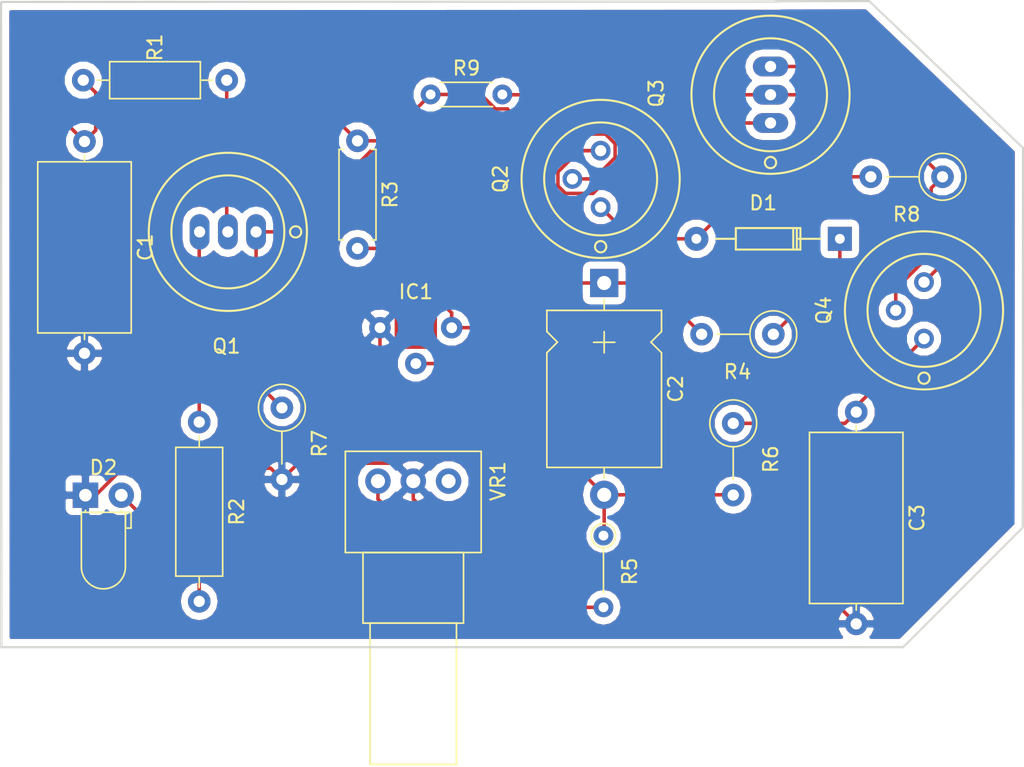
<source format=kicad_pcb>
(kicad_pcb (version 4) (host pcbnew 4.0.5)

  (general
    (links 31)
    (no_connects 0)
    (area 70.493819 57.049599 143.016041 111.595001)
    (thickness 1.6)
    (drawings 7)
    (tracks 105)
    (zones 0)
    (modules 20)
    (nets 15)
  )

  (page A4)
  (layers
    (0 F.Cu signal)
    (31 B.Cu signal)
    (32 B.Adhes user)
    (33 F.Adhes user)
    (34 B.Paste user)
    (35 F.Paste user)
    (36 B.SilkS user)
    (37 F.SilkS user)
    (38 B.Mask user)
    (39 F.Mask user)
    (40 Dwgs.User user)
    (41 Cmts.User user)
    (42 Eco1.User user)
    (43 Eco2.User user)
    (44 Edge.Cuts user)
    (45 Margin user)
    (46 B.CrtYd user)
    (47 F.CrtYd user)
    (48 B.Fab user)
    (49 F.Fab user)
  )

  (setup
    (last_trace_width 0.25)
    (trace_clearance 0.2)
    (zone_clearance 0.508)
    (zone_45_only no)
    (trace_min 0.2)
    (segment_width 0.2)
    (edge_width 0.15)
    (via_size 0.6)
    (via_drill 0.4)
    (via_min_size 0.4)
    (via_min_drill 0.3)
    (uvia_size 0.3)
    (uvia_drill 0.1)
    (uvias_allowed no)
    (uvia_min_size 0.2)
    (uvia_min_drill 0.1)
    (pcb_text_width 0.3)
    (pcb_text_size 1.5 1.5)
    (mod_edge_width 0.15)
    (mod_text_size 1 1)
    (mod_text_width 0.15)
    (pad_size 1.524 1.524)
    (pad_drill 0.762)
    (pad_to_mask_clearance 0.2)
    (aux_axis_origin 0 0)
    (visible_elements 7FFFFFFF)
    (pcbplotparams
      (layerselection 0x010f0_80000001)
      (usegerberextensions false)
      (excludeedgelayer true)
      (linewidth 0.100000)
      (plotframeref false)
      (viasonmask false)
      (mode 1)
      (useauxorigin false)
      (hpglpennumber 1)
      (hpglpenspeed 20)
      (hpglpendiameter 15)
      (hpglpenoverlay 2)
      (psnegative false)
      (psa4output false)
      (plotreference true)
      (plotvalue false)
      (plotinvisibletext false)
      (padsonsilk false)
      (subtractmaskfromsilk false)
      (outputformat 1)
      (mirror false)
      (drillshape 0)
      (scaleselection 1)
      (outputdirectory ""))
  )

  (net 0 "")
  (net 1 +6V)
  (net 2 GND)
  (net 3 "Net-(C2-Pad1)")
  (net 4 "Net-(C2-Pad2)")
  (net 5 "Net-(C3-Pad1)")
  (net 6 "Net-(D1-Pad2)")
  (net 7 "Net-(D1-Pad1)")
  (net 8 "Net-(D2-Pad2)")
  (net 9 "Net-(Q1-Pad2)")
  (net 10 "Net-(Q1-Pad1)")
  (net 11 "Net-(Q1-Pad3)")
  (net 12 "Net-(Q3-Pad2)")
  (net 13 "Net-(Q3-Pad3)")
  (net 14 "Net-(R5-Pad2)")

  (net_class Default "This is the default net class."
    (clearance 0.2)
    (trace_width 0.25)
    (via_dia 0.6)
    (via_drill 0.4)
    (uvia_dia 0.3)
    (uvia_drill 0.1)
    (add_net +6V)
    (add_net GND)
    (add_net "Net-(C2-Pad1)")
    (add_net "Net-(C2-Pad2)")
    (add_net "Net-(C3-Pad1)")
    (add_net "Net-(D1-Pad1)")
    (add_net "Net-(D1-Pad2)")
    (add_net "Net-(D2-Pad2)")
    (add_net "Net-(Q1-Pad1)")
    (add_net "Net-(Q1-Pad2)")
    (add_net "Net-(Q1-Pad3)")
    (add_net "Net-(Q3-Pad2)")
    (add_net "Net-(Q3-Pad3)")
    (add_net "Net-(R5-Pad2)")
  )

  (module Capacitors_THT:C_Axial_L12.0mm_D6.5mm_P15.00mm_Horizontal (layer F.Cu) (tedit 5920C254) (tstamp 5939A899)
    (at 76.47686 67.0687 270)
    (descr "C, Axial series, Axial, Horizontal, pin pitch=15mm, , length*diameter=12*6.5mm^2, http://cdn-reichelt.de/documents/datenblatt/B300/STYROFLEX.pdf")
    (tags "C Axial series Axial Horizontal pin pitch 15mm  length 12mm diameter 6.5mm")
    (path /59373881)
    (fp_text reference C1 (at 7.5 -4.31 270) (layer F.SilkS)
      (effects (font (size 1 1) (thickness 0.15)))
    )
    (fp_text value 4uF (at 7.5 4.31 270) (layer F.Fab)
      (effects (font (size 1 1) (thickness 0.15)))
    )
    (fp_text user %R (at 7.5 0 270) (layer F.Fab)
      (effects (font (size 1 1) (thickness 0.15)))
    )
    (fp_line (start 1.5 -3.25) (end 1.5 3.25) (layer F.Fab) (width 0.1))
    (fp_line (start 1.5 3.25) (end 13.5 3.25) (layer F.Fab) (width 0.1))
    (fp_line (start 13.5 3.25) (end 13.5 -3.25) (layer F.Fab) (width 0.1))
    (fp_line (start 13.5 -3.25) (end 1.5 -3.25) (layer F.Fab) (width 0.1))
    (fp_line (start 0 0) (end 1.5 0) (layer F.Fab) (width 0.1))
    (fp_line (start 15 0) (end 13.5 0) (layer F.Fab) (width 0.1))
    (fp_line (start 1.44 -3.31) (end 1.44 3.31) (layer F.SilkS) (width 0.12))
    (fp_line (start 1.44 3.31) (end 13.56 3.31) (layer F.SilkS) (width 0.12))
    (fp_line (start 13.56 3.31) (end 13.56 -3.31) (layer F.SilkS) (width 0.12))
    (fp_line (start 13.56 -3.31) (end 1.44 -3.31) (layer F.SilkS) (width 0.12))
    (fp_line (start 0.98 0) (end 1.44 0) (layer F.SilkS) (width 0.12))
    (fp_line (start 14.02 0) (end 13.56 0) (layer F.SilkS) (width 0.12))
    (fp_line (start -1.05 -3.6) (end -1.05 3.6) (layer F.CrtYd) (width 0.05))
    (fp_line (start -1.05 3.6) (end 16.05 3.6) (layer F.CrtYd) (width 0.05))
    (fp_line (start 16.05 3.6) (end 16.05 -3.6) (layer F.CrtYd) (width 0.05))
    (fp_line (start 16.05 -3.6) (end -1.05 -3.6) (layer F.CrtYd) (width 0.05))
    (pad 1 thru_hole circle (at 0 0 270) (size 1.6 1.6) (drill 0.8) (layers *.Cu *.Mask)
      (net 1 +6V))
    (pad 2 thru_hole oval (at 15 0 270) (size 1.6 1.6) (drill 0.8) (layers *.Cu *.Mask)
      (net 2 GND))
    (model ${KISYS3DMOD}/Capacitors_THT.3dshapes/C_Axial_L12.0mm_D6.5mm_P15.00mm_Horizontal.wrl
      (at (xyz 0 0 0))
      (scale (xyz 0.393701 0.393701 0.393701))
      (rotate (xyz 0 0 0))
    )
  )

  (module Capacitors_THT:CP_Axial_L11.0mm_D8.0mm_P15.00mm_Horizontal (layer F.Cu) (tedit 5920C254) (tstamp 5939A8C0)
    (at 113.28 77.09 270)
    (descr "CP, Axial series, Axial, Horizontal, pin pitch=15mm, , length*diameter=11*8mm^2, Electrolytic Capacitor, , http://www.vishay.com/docs/28325/021asm.pdf")
    (tags "CP Axial series Axial Horizontal pin pitch 15mm  length 11mm diameter 8mm Electrolytic Capacitor")
    (path /5937D27A)
    (fp_text reference C2 (at 7.5 -5.06 270) (layer F.SilkS)
      (effects (font (size 1 1) (thickness 0.15)))
    )
    (fp_text value 100nF (at 7.5 5.06 270) (layer F.Fab)
      (effects (font (size 1 1) (thickness 0.15)))
    )
    (fp_text user %R (at 7.5 0 270) (layer F.Fab)
      (effects (font (size 1 1) (thickness 0.15)))
    )
    (fp_line (start 2 -4) (end 2 4) (layer F.Fab) (width 0.1))
    (fp_line (start 13 -4) (end 13 4) (layer F.Fab) (width 0.1))
    (fp_line (start 2 -4) (end 3.44 -4) (layer F.Fab) (width 0.1))
    (fp_line (start 3.44 -4) (end 4.19 -3.25) (layer F.Fab) (width 0.1))
    (fp_line (start 4.19 -3.25) (end 4.94 -4) (layer F.Fab) (width 0.1))
    (fp_line (start 4.94 -4) (end 13 -4) (layer F.Fab) (width 0.1))
    (fp_line (start 2 4) (end 3.44 4) (layer F.Fab) (width 0.1))
    (fp_line (start 3.44 4) (end 4.19 3.25) (layer F.Fab) (width 0.1))
    (fp_line (start 4.19 3.25) (end 4.94 4) (layer F.Fab) (width 0.1))
    (fp_line (start 4.94 4) (end 13 4) (layer F.Fab) (width 0.1))
    (fp_line (start 0 0) (end 2 0) (layer F.Fab) (width 0.1))
    (fp_line (start 15 0) (end 13 0) (layer F.Fab) (width 0.1))
    (fp_line (start 3.45 0) (end 4.95 0) (layer F.Fab) (width 0.1))
    (fp_line (start 4.2 -0.75) (end 4.2 0.75) (layer F.Fab) (width 0.1))
    (fp_line (start 3.45 0) (end 4.95 0) (layer F.SilkS) (width 0.12))
    (fp_line (start 4.2 -0.75) (end 4.2 0.75) (layer F.SilkS) (width 0.12))
    (fp_line (start 1.94 -4.06) (end 1.94 4.06) (layer F.SilkS) (width 0.12))
    (fp_line (start 13.06 -4.06) (end 13.06 4.06) (layer F.SilkS) (width 0.12))
    (fp_line (start 1.94 -4.06) (end 3.44 -4.06) (layer F.SilkS) (width 0.12))
    (fp_line (start 3.44 -4.06) (end 4.19 -3.31) (layer F.SilkS) (width 0.12))
    (fp_line (start 4.19 -3.31) (end 4.94 -4.06) (layer F.SilkS) (width 0.12))
    (fp_line (start 4.94 -4.06) (end 13.06 -4.06) (layer F.SilkS) (width 0.12))
    (fp_line (start 1.94 4.06) (end 3.44 4.06) (layer F.SilkS) (width 0.12))
    (fp_line (start 3.44 4.06) (end 4.19 3.31) (layer F.SilkS) (width 0.12))
    (fp_line (start 4.19 3.31) (end 4.94 4.06) (layer F.SilkS) (width 0.12))
    (fp_line (start 4.94 4.06) (end 13.06 4.06) (layer F.SilkS) (width 0.12))
    (fp_line (start 1.18 0) (end 1.94 0) (layer F.SilkS) (width 0.12))
    (fp_line (start 13.82 0) (end 13.06 0) (layer F.SilkS) (width 0.12))
    (fp_line (start -1.25 -4.35) (end -1.25 4.35) (layer F.CrtYd) (width 0.05))
    (fp_line (start -1.25 4.35) (end 16.25 4.35) (layer F.CrtYd) (width 0.05))
    (fp_line (start 16.25 4.35) (end 16.25 -4.35) (layer F.CrtYd) (width 0.05))
    (fp_line (start 16.25 -4.35) (end -1.25 -4.35) (layer F.CrtYd) (width 0.05))
    (pad 1 thru_hole rect (at 0 0 270) (size 2 2) (drill 1) (layers *.Cu *.Mask)
      (net 3 "Net-(C2-Pad1)"))
    (pad 2 thru_hole oval (at 15 0 270) (size 2 2) (drill 1) (layers *.Cu *.Mask)
      (net 4 "Net-(C2-Pad2)"))
    (model ${KISYS3DMOD}/Capacitors_THT.3dshapes/CP_Axial_L11.0mm_D8.0mm_P15.00mm_Horizontal.wrl
      (at (xyz 0 0 0))
      (scale (xyz 0.393701 0.393701 0.393701))
      (rotate (xyz 0 0 0))
    )
  )

  (module Capacitors_THT:C_Axial_L12.0mm_D6.5mm_P15.00mm_Horizontal (layer F.Cu) (tedit 5920C254) (tstamp 5939A8D7)
    (at 131.13 86.23 270)
    (descr "C, Axial series, Axial, Horizontal, pin pitch=15mm, , length*diameter=12*6.5mm^2, http://cdn-reichelt.de/documents/datenblatt/B300/STYROFLEX.pdf")
    (tags "C Axial series Axial Horizontal pin pitch 15mm  length 12mm diameter 6.5mm")
    (path /59375445)
    (fp_text reference C3 (at 7.5 -4.31 270) (layer F.SilkS)
      (effects (font (size 1 1) (thickness 0.15)))
    )
    (fp_text value 4UF (at 7.5 4.31 270) (layer F.Fab)
      (effects (font (size 1 1) (thickness 0.15)))
    )
    (fp_text user %R (at 7.5 0 270) (layer F.Fab)
      (effects (font (size 1 1) (thickness 0.15)))
    )
    (fp_line (start 1.5 -3.25) (end 1.5 3.25) (layer F.Fab) (width 0.1))
    (fp_line (start 1.5 3.25) (end 13.5 3.25) (layer F.Fab) (width 0.1))
    (fp_line (start 13.5 3.25) (end 13.5 -3.25) (layer F.Fab) (width 0.1))
    (fp_line (start 13.5 -3.25) (end 1.5 -3.25) (layer F.Fab) (width 0.1))
    (fp_line (start 0 0) (end 1.5 0) (layer F.Fab) (width 0.1))
    (fp_line (start 15 0) (end 13.5 0) (layer F.Fab) (width 0.1))
    (fp_line (start 1.44 -3.31) (end 1.44 3.31) (layer F.SilkS) (width 0.12))
    (fp_line (start 1.44 3.31) (end 13.56 3.31) (layer F.SilkS) (width 0.12))
    (fp_line (start 13.56 3.31) (end 13.56 -3.31) (layer F.SilkS) (width 0.12))
    (fp_line (start 13.56 -3.31) (end 1.44 -3.31) (layer F.SilkS) (width 0.12))
    (fp_line (start 0.98 0) (end 1.44 0) (layer F.SilkS) (width 0.12))
    (fp_line (start 14.02 0) (end 13.56 0) (layer F.SilkS) (width 0.12))
    (fp_line (start -1.05 -3.6) (end -1.05 3.6) (layer F.CrtYd) (width 0.05))
    (fp_line (start -1.05 3.6) (end 16.05 3.6) (layer F.CrtYd) (width 0.05))
    (fp_line (start 16.05 3.6) (end 16.05 -3.6) (layer F.CrtYd) (width 0.05))
    (fp_line (start 16.05 -3.6) (end -1.05 -3.6) (layer F.CrtYd) (width 0.05))
    (pad 1 thru_hole circle (at 0 0 270) (size 1.6 1.6) (drill 0.8) (layers *.Cu *.Mask)
      (net 5 "Net-(C3-Pad1)"))
    (pad 2 thru_hole oval (at 15 0 270) (size 1.6 1.6) (drill 0.8) (layers *.Cu *.Mask)
      (net 2 GND))
    (model ${KISYS3DMOD}/Capacitors_THT.3dshapes/C_Axial_L12.0mm_D6.5mm_P15.00mm_Horizontal.wrl
      (at (xyz 0 0 0))
      (scale (xyz 0.393701 0.393701 0.393701))
      (rotate (xyz 0 0 0))
    )
  )

  (module Diodes_THT:Diode_DO-35_SOD27_Horizontal_RM10 (layer F.Cu) (tedit 5939B95B) (tstamp 5939A8E6)
    (at 129.97 73.96 180)
    (descr "Diode, DO-35,  SOD27, Horizontal, RM 10mm")
    (tags "Diode, DO-35, SOD27, Horizontal, RM 10mm, 1N4148,")
    (path /593746B3)
    (fp_text reference D1 (at 5.43052 2.53746 180) (layer F.SilkS)
      (effects (font (size 1 1) (thickness 0.15)))
    )
    (fp_text value 1N4148 (at 5.36 -2.07 180) (layer F.Fab)
      (effects (font (size 1 1) (thickness 0.15)))
    )
    (fp_line (start 7.36652 -0.00254) (end 8.76352 -0.00254) (layer F.SilkS) (width 0.15))
    (fp_line (start 2.92152 -0.00254) (end 1.39752 -0.00254) (layer F.SilkS) (width 0.15))
    (fp_line (start 3.30252 -0.76454) (end 3.30252 0.75946) (layer F.SilkS) (width 0.15))
    (fp_line (start 3.04852 -0.76454) (end 3.04852 0.75946) (layer F.SilkS) (width 0.15))
    (fp_line (start 2.79452 -0.00254) (end 2.79452 0.75946) (layer F.SilkS) (width 0.15))
    (fp_line (start 2.79452 0.75946) (end 7.36652 0.75946) (layer F.SilkS) (width 0.15))
    (fp_line (start 7.36652 0.75946) (end 7.36652 -0.76454) (layer F.SilkS) (width 0.15))
    (fp_line (start 7.36652 -0.76454) (end 2.79452 -0.76454) (layer F.SilkS) (width 0.15))
    (fp_line (start 2.79452 -0.76454) (end 2.79452 -0.00254) (layer F.SilkS) (width 0.15))
    (pad 2 thru_hole circle (at 10.16052 -0.00254) (size 1.69926 1.69926) (drill 0.70104) (layers *.Cu *.Mask)
      (net 6 "Net-(D1-Pad2)"))
    (pad 1 thru_hole rect (at 0.00052 -0.00254) (size 1.69926 1.69926) (drill 0.70104) (layers *.Cu *.Mask)
      (net 7 "Net-(D1-Pad1)"))
    (model Diodes_ThroughHole.3dshapes/Diode_DO-35_SOD27_Horizontal_RM10.wrl
      (at (xyz 0.2 0 0))
      (scale (xyz 0.4 0.4 0.4))
      (rotate (xyz 0 0 180))
    )
  )

  (module LEDs:LED_D3.0mm_Horizontal_O1.27mm_Z6.0mm (layer F.Cu) (tedit 5880A862) (tstamp 5939A910)
    (at 76.54544 92.11818)
    (descr "LED, diameter 3.0mm z-position of LED center 2.0mm, 2 pins, diameter 3.0mm z-position of LED center 2.0mm, 2 pins, diameter 3.0mm z-position of LED center 2.0mm, 2 pins, diameter 3.0mm z-position of LED center 6.0mm, 2 pins")
    (tags "LED diameter 3.0mm z-position of LED center 2.0mm 2 pins diameter 3.0mm z-position of LED center 2.0mm 2 pins diameter 3.0mm z-position of LED center 2.0mm 2 pins diameter 3.0mm z-position of LED center 6.0mm 2 pins")
    (path /59372E52)
    (fp_text reference D2 (at 1.27 -1.96) (layer F.SilkS)
      (effects (font (size 1 1) (thickness 0.15)))
    )
    (fp_text value LED (at 1.27 7.63) (layer F.Fab)
      (effects (font (size 1 1) (thickness 0.15)))
    )
    (fp_arc (start 1.27 5.07) (end -0.23 5.07) (angle -180) (layer F.Fab) (width 0.1))
    (fp_arc (start 1.27 5.07) (end -0.29 5.07) (angle -180) (layer F.SilkS) (width 0.12))
    (fp_line (start -0.23 1.27) (end -0.23 5.07) (layer F.Fab) (width 0.1))
    (fp_line (start 2.77 1.27) (end 2.77 5.07) (layer F.Fab) (width 0.1))
    (fp_line (start -0.23 1.27) (end 2.77 1.27) (layer F.Fab) (width 0.1))
    (fp_line (start 3.17 1.27) (end 3.17 2.27) (layer F.Fab) (width 0.1))
    (fp_line (start 3.17 2.27) (end 2.77 2.27) (layer F.Fab) (width 0.1))
    (fp_line (start 2.77 2.27) (end 2.77 1.27) (layer F.Fab) (width 0.1))
    (fp_line (start 2.77 1.27) (end 3.17 1.27) (layer F.Fab) (width 0.1))
    (fp_line (start 0 0) (end 0 1.27) (layer F.Fab) (width 0.1))
    (fp_line (start 0 1.27) (end 0 1.27) (layer F.Fab) (width 0.1))
    (fp_line (start 0 1.27) (end 0 0) (layer F.Fab) (width 0.1))
    (fp_line (start 0 0) (end 0 0) (layer F.Fab) (width 0.1))
    (fp_line (start 2.54 0) (end 2.54 1.27) (layer F.Fab) (width 0.1))
    (fp_line (start 2.54 1.27) (end 2.54 1.27) (layer F.Fab) (width 0.1))
    (fp_line (start 2.54 1.27) (end 2.54 0) (layer F.Fab) (width 0.1))
    (fp_line (start 2.54 0) (end 2.54 0) (layer F.Fab) (width 0.1))
    (fp_line (start -0.29 1.21) (end -0.29 5.07) (layer F.SilkS) (width 0.12))
    (fp_line (start 2.83 1.21) (end 2.83 5.07) (layer F.SilkS) (width 0.12))
    (fp_line (start -0.29 1.21) (end 2.83 1.21) (layer F.SilkS) (width 0.12))
    (fp_line (start 3.23 1.21) (end 3.23 2.33) (layer F.SilkS) (width 0.12))
    (fp_line (start 3.23 2.33) (end 2.83 2.33) (layer F.SilkS) (width 0.12))
    (fp_line (start 2.83 2.33) (end 2.83 1.21) (layer F.SilkS) (width 0.12))
    (fp_line (start 2.83 1.21) (end 3.23 1.21) (layer F.SilkS) (width 0.12))
    (fp_line (start 0 1.08) (end 0 1.21) (layer F.SilkS) (width 0.12))
    (fp_line (start 0 1.21) (end 0 1.21) (layer F.SilkS) (width 0.12))
    (fp_line (start 0 1.21) (end 0 1.08) (layer F.SilkS) (width 0.12))
    (fp_line (start 0 1.08) (end 0 1.08) (layer F.SilkS) (width 0.12))
    (fp_line (start 2.54 1.08) (end 2.54 1.21) (layer F.SilkS) (width 0.12))
    (fp_line (start 2.54 1.21) (end 2.54 1.21) (layer F.SilkS) (width 0.12))
    (fp_line (start 2.54 1.21) (end 2.54 1.08) (layer F.SilkS) (width 0.12))
    (fp_line (start 2.54 1.08) (end 2.54 1.08) (layer F.SilkS) (width 0.12))
    (fp_line (start -1.25 -1.25) (end -1.25 6.9) (layer F.CrtYd) (width 0.05))
    (fp_line (start -1.25 6.9) (end 3.75 6.9) (layer F.CrtYd) (width 0.05))
    (fp_line (start 3.75 6.9) (end 3.75 -1.25) (layer F.CrtYd) (width 0.05))
    (fp_line (start 3.75 -1.25) (end -1.25 -1.25) (layer F.CrtYd) (width 0.05))
    (pad 1 thru_hole rect (at 0 0) (size 1.8 1.8) (drill 0.9) (layers *.Cu *.Mask)
      (net 2 GND))
    (pad 2 thru_hole circle (at 2.54 0) (size 1.8 1.8) (drill 0.9) (layers *.Cu *.Mask)
      (net 8 "Net-(D2-Pad2)"))
    (model LEDs.3dshapes/LED_D3.0mm_Horizontal_O1.27mm_Z6.0mm.wrl
      (at (xyz 0 0 0))
      (scale (xyz 0.393701 0.393701 0.393701))
      (rotate (xyz 0 0 0))
    )
  )

  (module THT-TL431:THT-TL431 (layer F.Cu) (tedit 59397411) (tstamp 5939A918)
    (at 99.94138 80.25638 180)
    (path /59373A4A)
    (fp_text reference IC1 (at 0 2.54 180) (layer F.SilkS)
      (effects (font (size 1 1) (thickness 0.15)))
    )
    (fp_text value TL431 (at 0 -5.08 180) (layer F.Fab)
      (effects (font (size 1 1) (thickness 0.15)))
    )
    (pad 1 thru_hole circle (at -2.54 0 180) (size 1.524 1.524) (drill 0.762) (layers *.Cu *.Mask)
      (net 3 "Net-(C2-Pad1)"))
    (pad 2 thru_hole circle (at 2.54 0 180) (size 1.524 1.524) (drill 0.762) (layers *.Cu *.Mask)
      (net 2 GND))
    (pad ~ thru_hole circle (at 0 -2.54 180) (size 1.524 1.524) (drill 0.762) (layers *.Cu *.Mask)
      (net 4 "Net-(C2-Pad2)"))
    (pad "" smd rect (at 0 0 180) (size 3 3) (layers F.Cu F.Paste F.Mask))
  )

  (module Transistors_OldSowjetAera:OldSowjetaera_Transistor_Type-I_BigPads (layer F.Cu) (tedit 0) (tstamp 5939A922)
    (at 86.62924 73.4695 180)
    (path /5937209C)
    (fp_text reference Q1 (at 0.1 -8.1 180) (layer F.SilkS)
      (effects (font (size 1 1) (thickness 0.15)))
    )
    (fp_text value BC327 (at 0.1 7.6 180) (layer F.Fab)
      (effects (font (size 1 1) (thickness 0.15)))
    )
    (fp_circle (center -4.8 0) (end -4.8 0.4) (layer F.SilkS) (width 0.15))
    (fp_circle (center 0 0) (end 4 0) (layer F.SilkS) (width 0.15))
    (fp_circle (center 0 0) (end 5.6 0) (layer F.SilkS) (width 0.15))
    (pad 2 thru_hole oval (at 0 0 180) (size 1.4 2.5) (drill 0.8) (layers *.Cu *.Mask)
      (net 9 "Net-(Q1-Pad2)"))
    (pad 1 thru_hole oval (at -2 0 180) (size 1.4 2.5) (drill 0.8) (layers *.Cu *.Mask)
      (net 10 "Net-(Q1-Pad1)"))
    (pad 3 thru_hole oval (at 2 0 180) (size 1.4 2.5) (drill 0.8) (layers *.Cu *.Mask)
      (net 11 "Net-(Q1-Pad3)"))
    (model Transistors_OldSowjetAera.3dshapes/OldSowjetaera_Transistor_Type-I_BigPads.wrl
      (at (xyz 0 0 0))
      (scale (xyz 0.3937 0.3937 0.3937))
      (rotate (xyz 0 0 0))
    )
  )

  (module Transistors_OldSowjetAera:OldSowjetaera_Transistor_Type-I_BigPads (layer F.Cu) (tedit 5939B9B5) (tstamp 5939A936)
    (at 125.06 63.76 90)
    (path /59372122)
    (fp_text reference Q3 (at 0.1 -8.1 90) (layer F.SilkS)
      (effects (font (size 1 1) (thickness 0.15)))
    )
    (fp_text value BC327 (at 0.29 6.68 90) (layer F.Fab)
      (effects (font (size 1 1) (thickness 0.15)))
    )
    (fp_circle (center -4.8 0) (end -4.8 0.4) (layer F.SilkS) (width 0.15))
    (fp_circle (center 0 0) (end 4 0) (layer F.SilkS) (width 0.15))
    (fp_circle (center 0 0) (end 5.6 0) (layer F.SilkS) (width 0.15))
    (pad 2 thru_hole oval (at 0 0 90) (size 1.4 2.5) (drill 0.8) (layers *.Cu *.Mask)
      (net 12 "Net-(Q3-Pad2)"))
    (pad 1 thru_hole oval (at -2 0 90) (size 1.4 2.5) (drill 0.8) (layers *.Cu *.Mask)
      (net 10 "Net-(Q1-Pad1)"))
    (pad 3 thru_hole oval (at 2 0 90) (size 1.4 2.5) (drill 0.8) (layers *.Cu *.Mask)
      (net 13 "Net-(Q3-Pad3)"))
    (model Transistors_OldSowjetAera.3dshapes/OldSowjetaera_Transistor_Type-I_BigPads.wrl
      (at (xyz 0 0 0))
      (scale (xyz 0.3937 0.3937 0.3937))
      (rotate (xyz 0 0 0))
    )
  )

  (module Transistors_OldSowjetAera:OldSowjetaera_Transistor_Type-II_SmallPads (layer F.Cu) (tedit 5939B950) (tstamp 5939A940)
    (at 135.93 79.03 90)
    (path /5937274C)
    (fp_text reference Q4 (at 0 -7.1 90) (layer F.SilkS)
      (effects (font (size 1 1) (thickness 0.15)))
    )
    (fp_text value TIP41 (at 0.07 1.84 90) (layer F.Fab)
      (effects (font (size 1 1) (thickness 0.15)))
    )
    (fp_circle (center -4.8 0) (end -4.8 0.4) (layer F.SilkS) (width 0.15))
    (fp_circle (center 0 0) (end 4 0) (layer F.SilkS) (width 0.15))
    (fp_circle (center 0 0) (end 5.6 0) (layer F.SilkS) (width 0.15))
    (pad 2 thru_hole circle (at 0 -2 90) (size 1.4 1.4) (drill 0.8) (layers *.Cu *.Mask)
      (net 12 "Net-(Q3-Pad2)"))
    (pad 1 thru_hole circle (at -2 0 90) (size 1.4 1.4) (drill 0.8) (layers *.Cu *.Mask)
      (net 5 "Net-(C3-Pad1)"))
    (pad 3 thru_hole circle (at 2 0 90) (size 1.4 1.4) (drill 0.8) (layers *.Cu *.Mask)
      (net 13 "Net-(Q3-Pad3)"))
    (model Transistors_OldSowjetAera.3dshapes/OldSowjetaera_Transistor_Type-II_SmallPads.wrl
      (at (xyz 0 0 0))
      (scale (xyz 0.3937 0.3937 0.3937))
      (rotate (xyz 0 0 0))
    )
  )

  (module Resistors_THT:R_Axial_DIN0207_L6.3mm_D2.5mm_P10.16mm_Horizontal (layer F.Cu) (tedit 593981E4) (tstamp 5939A956)
    (at 76.3905 62.72784)
    (descr "Resistor, Axial_DIN0207 series, Axial, Horizontal, pin pitch=10.16mm, 0.25W = 1/4W, length*diameter=6.3*2.5mm^2, http://cdn-reichelt.de/documents/datenblatt/B400/1_4W%23YAG.pdf")
    (tags "Resistor Axial_DIN0207 series Axial Horizontal pin pitch 10.16mm 0.25W = 1/4W length 6.3mm diameter 2.5mm")
    (path /59372AD9)
    (fp_text reference R1 (at 5.08 -2.31 90) (layer F.SilkS)
      (effects (font (size 1 1) (thickness 0.15)))
    )
    (fp_text value 100 (at 5.08 2.31) (layer F.Fab)
      (effects (font (size 1 1) (thickness 0.15)))
    )
    (fp_line (start 1.93 -1.25) (end 1.93 1.25) (layer F.Fab) (width 0.1))
    (fp_line (start 1.93 1.25) (end 8.23 1.25) (layer F.Fab) (width 0.1))
    (fp_line (start 8.23 1.25) (end 8.23 -1.25) (layer F.Fab) (width 0.1))
    (fp_line (start 8.23 -1.25) (end 1.93 -1.25) (layer F.Fab) (width 0.1))
    (fp_line (start 0 0) (end 1.93 0) (layer F.Fab) (width 0.1))
    (fp_line (start 10.16 0) (end 8.23 0) (layer F.Fab) (width 0.1))
    (fp_line (start 1.87 -1.31) (end 1.87 1.31) (layer F.SilkS) (width 0.12))
    (fp_line (start 1.87 1.31) (end 8.29 1.31) (layer F.SilkS) (width 0.12))
    (fp_line (start 8.29 1.31) (end 8.29 -1.31) (layer F.SilkS) (width 0.12))
    (fp_line (start 8.29 -1.31) (end 1.87 -1.31) (layer F.SilkS) (width 0.12))
    (fp_line (start 0.98 0) (end 1.87 0) (layer F.SilkS) (width 0.12))
    (fp_line (start 9.18 0) (end 8.29 0) (layer F.SilkS) (width 0.12))
    (fp_line (start -1.05 -1.6) (end -1.05 1.6) (layer F.CrtYd) (width 0.05))
    (fp_line (start -1.05 1.6) (end 11.25 1.6) (layer F.CrtYd) (width 0.05))
    (fp_line (start 11.25 1.6) (end 11.25 -1.6) (layer F.CrtYd) (width 0.05))
    (fp_line (start 11.25 -1.6) (end -1.05 -1.6) (layer F.CrtYd) (width 0.05))
    (pad 1 thru_hole circle (at 0 0) (size 1.6 1.6) (drill 0.8) (layers *.Cu *.Mask)
      (net 1 +6V))
    (pad 2 thru_hole oval (at 10.16 0) (size 1.6 1.6) (drill 0.8) (layers *.Cu *.Mask)
      (net 9 "Net-(Q1-Pad2)"))
    (model Resistors_THT.3dshapes/R_Axial_DIN0207_L6.3mm_D2.5mm_P10.16mm_Horizontal.wrl
      (at (xyz 0 0 0))
      (scale (xyz 0.393701 0.393701 0.393701))
      (rotate (xyz 0 0 0))
    )
  )

  (module Resistors_THT:R_Axial_DIN0309_L9.0mm_D3.2mm_P12.70mm_Horizontal (layer F.Cu) (tedit 5874F706) (tstamp 5939A96C)
    (at 84.60232 86.93912 270)
    (descr "Resistor, Axial_DIN0309 series, Axial, Horizontal, pin pitch=12.7mm, 0.5W = 1/2W, length*diameter=9*3.2mm^2, http://cdn-reichelt.de/documents/datenblatt/B400/1_4W%23YAG.pdf")
    (tags "Resistor Axial_DIN0309 series Axial Horizontal pin pitch 12.7mm 0.5W = 1/2W length 9mm diameter 3.2mm")
    (path /59372E11)
    (fp_text reference R2 (at 6.35 -2.66 270) (layer F.SilkS)
      (effects (font (size 1 1) (thickness 0.15)))
    )
    (fp_text value 330 (at 6.35 2.66 270) (layer F.Fab)
      (effects (font (size 1 1) (thickness 0.15)))
    )
    (fp_line (start 1.85 -1.6) (end 1.85 1.6) (layer F.Fab) (width 0.1))
    (fp_line (start 1.85 1.6) (end 10.85 1.6) (layer F.Fab) (width 0.1))
    (fp_line (start 10.85 1.6) (end 10.85 -1.6) (layer F.Fab) (width 0.1))
    (fp_line (start 10.85 -1.6) (end 1.85 -1.6) (layer F.Fab) (width 0.1))
    (fp_line (start 0 0) (end 1.85 0) (layer F.Fab) (width 0.1))
    (fp_line (start 12.7 0) (end 10.85 0) (layer F.Fab) (width 0.1))
    (fp_line (start 1.79 -1.66) (end 1.79 1.66) (layer F.SilkS) (width 0.12))
    (fp_line (start 1.79 1.66) (end 10.91 1.66) (layer F.SilkS) (width 0.12))
    (fp_line (start 10.91 1.66) (end 10.91 -1.66) (layer F.SilkS) (width 0.12))
    (fp_line (start 10.91 -1.66) (end 1.79 -1.66) (layer F.SilkS) (width 0.12))
    (fp_line (start 0.98 0) (end 1.79 0) (layer F.SilkS) (width 0.12))
    (fp_line (start 11.72 0) (end 10.91 0) (layer F.SilkS) (width 0.12))
    (fp_line (start -1.05 -1.95) (end -1.05 1.95) (layer F.CrtYd) (width 0.05))
    (fp_line (start -1.05 1.95) (end 13.75 1.95) (layer F.CrtYd) (width 0.05))
    (fp_line (start 13.75 1.95) (end 13.75 -1.95) (layer F.CrtYd) (width 0.05))
    (fp_line (start 13.75 -1.95) (end -1.05 -1.95) (layer F.CrtYd) (width 0.05))
    (pad 1 thru_hole circle (at 0 0 270) (size 1.6 1.6) (drill 0.8) (layers *.Cu *.Mask)
      (net 11 "Net-(Q1-Pad3)"))
    (pad 2 thru_hole oval (at 12.7 0 270) (size 1.6 1.6) (drill 0.8) (layers *.Cu *.Mask)
      (net 8 "Net-(D2-Pad2)"))
    (model Resistors_THT.3dshapes/R_Axial_DIN0309_L9.0mm_D3.2mm_P12.70mm_Horizontal.wrl
      (at (xyz 0 0 0))
      (scale (xyz 0.393701 0.393701 0.393701))
      (rotate (xyz 0 0 0))
    )
  )

  (module Resistors_THT:R_Axial_DIN0207_L6.3mm_D2.5mm_P7.62mm_Horizontal (layer F.Cu) (tedit 5874F706) (tstamp 5939A982)
    (at 95.81134 67.02298 270)
    (descr "Resistor, Axial_DIN0207 series, Axial, Horizontal, pin pitch=7.62mm, 0.25W = 1/4W, length*diameter=6.3*2.5mm^2, http://cdn-reichelt.de/documents/datenblatt/B400/1_4W%23YAG.pdf")
    (tags "Resistor Axial_DIN0207 series Axial Horizontal pin pitch 7.62mm 0.25W = 1/4W length 6.3mm diameter 2.5mm")
    (path /593742CD)
    (fp_text reference R3 (at 3.81 -2.31 270) (layer F.SilkS)
      (effects (font (size 1 1) (thickness 0.15)))
    )
    (fp_text value 1k (at 3.81 2.31 270) (layer F.Fab)
      (effects (font (size 1 1) (thickness 0.15)))
    )
    (fp_line (start 0.66 -1.25) (end 0.66 1.25) (layer F.Fab) (width 0.1))
    (fp_line (start 0.66 1.25) (end 6.96 1.25) (layer F.Fab) (width 0.1))
    (fp_line (start 6.96 1.25) (end 6.96 -1.25) (layer F.Fab) (width 0.1))
    (fp_line (start 6.96 -1.25) (end 0.66 -1.25) (layer F.Fab) (width 0.1))
    (fp_line (start 0 0) (end 0.66 0) (layer F.Fab) (width 0.1))
    (fp_line (start 7.62 0) (end 6.96 0) (layer F.Fab) (width 0.1))
    (fp_line (start 0.6 -0.98) (end 0.6 -1.31) (layer F.SilkS) (width 0.12))
    (fp_line (start 0.6 -1.31) (end 7.02 -1.31) (layer F.SilkS) (width 0.12))
    (fp_line (start 7.02 -1.31) (end 7.02 -0.98) (layer F.SilkS) (width 0.12))
    (fp_line (start 0.6 0.98) (end 0.6 1.31) (layer F.SilkS) (width 0.12))
    (fp_line (start 0.6 1.31) (end 7.02 1.31) (layer F.SilkS) (width 0.12))
    (fp_line (start 7.02 1.31) (end 7.02 0.98) (layer F.SilkS) (width 0.12))
    (fp_line (start -1.05 -1.6) (end -1.05 1.6) (layer F.CrtYd) (width 0.05))
    (fp_line (start -1.05 1.6) (end 8.7 1.6) (layer F.CrtYd) (width 0.05))
    (fp_line (start 8.7 1.6) (end 8.7 -1.6) (layer F.CrtYd) (width 0.05))
    (fp_line (start 8.7 -1.6) (end -1.05 -1.6) (layer F.CrtYd) (width 0.05))
    (pad 1 thru_hole circle (at 0 0 270) (size 1.6 1.6) (drill 0.8) (layers *.Cu *.Mask)
      (net 1 +6V))
    (pad 2 thru_hole oval (at 7.62 0 270) (size 1.6 1.6) (drill 0.8) (layers *.Cu *.Mask)
      (net 3 "Net-(C2-Pad1)"))
    (model Resistors_THT.3dshapes/R_Axial_DIN0207_L6.3mm_D2.5mm_P7.62mm_Horizontal.wrl
      (at (xyz 0 0 0))
      (scale (xyz 0.393701 0.393701 0.393701))
      (rotate (xyz 0 0 0))
    )
  )

  (module Resistors_THT:R_Axial_DIN0309_L9.0mm_D3.2mm_P5.08mm_Vertical (layer F.Cu) (tedit 5874F706) (tstamp 5939A990)
    (at 125.26 80.72 180)
    (descr "Resistor, Axial_DIN0309 series, Axial, Vertical, pin pitch=5.08mm, 0.5W = 1/2W, length*diameter=9*3.2mm^2, http://cdn-reichelt.de/documents/datenblatt/B400/1_4W%23YAG.pdf")
    (tags "Resistor Axial_DIN0309 series Axial Vertical pin pitch 5.08mm 0.5W = 1/2W length 9mm diameter 3.2mm")
    (path /59374628)
    (fp_text reference R4 (at 2.54 -2.66 180) (layer F.SilkS)
      (effects (font (size 1 1) (thickness 0.15)))
    )
    (fp_text value 2k (at 2.54 2.66 180) (layer F.Fab)
      (effects (font (size 1 1) (thickness 0.15)))
    )
    (fp_circle (center 0 0) (end 1.6 0) (layer F.Fab) (width 0.1))
    (fp_circle (center 0 0) (end 1.66 0) (layer F.SilkS) (width 0.12))
    (fp_line (start 0 0) (end 5.08 0) (layer F.Fab) (width 0.1))
    (fp_line (start 1.66 0) (end 3.98 0) (layer F.SilkS) (width 0.12))
    (fp_line (start -1.95 -1.95) (end -1.95 1.95) (layer F.CrtYd) (width 0.05))
    (fp_line (start -1.95 1.95) (end 6.2 1.95) (layer F.CrtYd) (width 0.05))
    (fp_line (start 6.2 1.95) (end 6.2 -1.95) (layer F.CrtYd) (width 0.05))
    (fp_line (start 6.2 -1.95) (end -1.95 -1.95) (layer F.CrtYd) (width 0.05))
    (pad 1 thru_hole circle (at 0 0 180) (size 1.6 1.6) (drill 0.8) (layers *.Cu *.Mask)
      (net 7 "Net-(D1-Pad1)"))
    (pad 2 thru_hole oval (at 5.08 0 180) (size 1.6 1.6) (drill 0.8) (layers *.Cu *.Mask)
      (net 3 "Net-(C2-Pad1)"))
    (model Resistors_THT.3dshapes/R_Axial_DIN0309_L9.0mm_D3.2mm_P5.08mm_Vertical.wrl
      (at (xyz 0 0 0))
      (scale (xyz 0.393701 0.393701 0.393701))
      (rotate (xyz 0 0 0))
    )
  )

  (module Resistors_THT:R_Axial_DIN0204_L3.6mm_D1.6mm_P5.08mm_Vertical (layer F.Cu) (tedit 5874F706) (tstamp 5939A99E)
    (at 113.23 94.98 270)
    (descr "Resistor, Axial_DIN0204 series, Axial, Vertical, pin pitch=5.08mm, 0.16666666666666666W = 1/6W, length*diameter=3.6*1.6mm^2, http://cdn-reichelt.de/documents/datenblatt/B400/1_4W%23YAG.pdf")
    (tags "Resistor Axial_DIN0204 series Axial Vertical pin pitch 5.08mm 0.16666666666666666W = 1/6W length 3.6mm diameter 1.6mm")
    (path /5937593A)
    (fp_text reference R5 (at 2.54 -1.86 270) (layer F.SilkS)
      (effects (font (size 1 1) (thickness 0.15)))
    )
    (fp_text value 2k (at 2.54 1.86 270) (layer F.Fab)
      (effects (font (size 1 1) (thickness 0.15)))
    )
    (fp_circle (center 0 0) (end 0.8 0) (layer F.Fab) (width 0.1))
    (fp_circle (center 0 0) (end 0.86 0) (layer F.SilkS) (width 0.12))
    (fp_line (start 0 0) (end 5.08 0) (layer F.Fab) (width 0.1))
    (fp_line (start 0.86 0) (end 4.08 0) (layer F.SilkS) (width 0.12))
    (fp_line (start -1.15 -1.15) (end -1.15 1.15) (layer F.CrtYd) (width 0.05))
    (fp_line (start -1.15 1.15) (end 6.1 1.15) (layer F.CrtYd) (width 0.05))
    (fp_line (start 6.1 1.15) (end 6.1 -1.15) (layer F.CrtYd) (width 0.05))
    (fp_line (start 6.1 -1.15) (end -1.15 -1.15) (layer F.CrtYd) (width 0.05))
    (pad 1 thru_hole circle (at 0 0 270) (size 1.4 1.4) (drill 0.7) (layers *.Cu *.Mask)
      (net 4 "Net-(C2-Pad2)"))
    (pad 2 thru_hole oval (at 5.08 0 270) (size 1.4 1.4) (drill 0.7) (layers *.Cu *.Mask)
      (net 14 "Net-(R5-Pad2)"))
    (model Resistors_THT.3dshapes/R_Axial_DIN0204_L3.6mm_D1.6mm_P5.08mm_Vertical.wrl
      (at (xyz 0 0 0))
      (scale (xyz 0.393701 0.393701 0.393701))
      (rotate (xyz 0 0 0))
    )
  )

  (module Resistors_THT:R_Axial_DIN0309_L9.0mm_D3.2mm_P5.08mm_Vertical (layer F.Cu) (tedit 5874F706) (tstamp 5939A9AC)
    (at 122.42 87.03 270)
    (descr "Resistor, Axial_DIN0309 series, Axial, Vertical, pin pitch=5.08mm, 0.5W = 1/2W, length*diameter=9*3.2mm^2, http://cdn-reichelt.de/documents/datenblatt/B400/1_4W%23YAG.pdf")
    (tags "Resistor Axial_DIN0309 series Axial Vertical pin pitch 5.08mm 0.5W = 1/2W length 9mm diameter 3.2mm")
    (path /593751C5)
    (fp_text reference R6 (at 2.54 -2.66 270) (layer F.SilkS)
      (effects (font (size 1 1) (thickness 0.15)))
    )
    (fp_text value 2k (at 2.54 2.66 270) (layer F.Fab)
      (effects (font (size 1 1) (thickness 0.15)))
    )
    (fp_circle (center 0 0) (end 1.6 0) (layer F.Fab) (width 0.1))
    (fp_circle (center 0 0) (end 1.66 0) (layer F.SilkS) (width 0.12))
    (fp_line (start 0 0) (end 5.08 0) (layer F.Fab) (width 0.1))
    (fp_line (start 1.66 0) (end 3.98 0) (layer F.SilkS) (width 0.12))
    (fp_line (start -1.95 -1.95) (end -1.95 1.95) (layer F.CrtYd) (width 0.05))
    (fp_line (start -1.95 1.95) (end 6.2 1.95) (layer F.CrtYd) (width 0.05))
    (fp_line (start 6.2 1.95) (end 6.2 -1.95) (layer F.CrtYd) (width 0.05))
    (fp_line (start 6.2 -1.95) (end -1.95 -1.95) (layer F.CrtYd) (width 0.05))
    (pad 1 thru_hole circle (at 0 0 270) (size 1.6 1.6) (drill 0.8) (layers *.Cu *.Mask)
      (net 5 "Net-(C3-Pad1)"))
    (pad 2 thru_hole oval (at 5.08 0 270) (size 1.6 1.6) (drill 0.8) (layers *.Cu *.Mask)
      (net 4 "Net-(C2-Pad2)"))
    (model Resistors_THT.3dshapes/R_Axial_DIN0309_L9.0mm_D3.2mm_P5.08mm_Vertical.wrl
      (at (xyz 0 0 0))
      (scale (xyz 0.393701 0.393701 0.393701))
      (rotate (xyz 0 0 0))
    )
  )

  (module Resistors_THT:R_Axial_DIN0309_L9.0mm_D3.2mm_P5.08mm_Vertical (layer F.Cu) (tedit 5874F706) (tstamp 5939A9BA)
    (at 90.45702 85.92566 270)
    (descr "Resistor, Axial_DIN0309 series, Axial, Vertical, pin pitch=5.08mm, 0.5W = 1/2W, length*diameter=9*3.2mm^2, http://cdn-reichelt.de/documents/datenblatt/B400/1_4W%23YAG.pdf")
    (tags "Resistor Axial_DIN0309 series Axial Vertical pin pitch 5.08mm 0.5W = 1/2W length 9mm diameter 3.2mm")
    (path /59374A64)
    (fp_text reference R7 (at 2.54 -2.66 270) (layer F.SilkS)
      (effects (font (size 1 1) (thickness 0.15)))
    )
    (fp_text value 2k (at 2.54 2.66 270) (layer F.Fab)
      (effects (font (size 1 1) (thickness 0.15)))
    )
    (fp_circle (center 0 0) (end 1.6 0) (layer F.Fab) (width 0.1))
    (fp_circle (center 0 0) (end 1.66 0) (layer F.SilkS) (width 0.12))
    (fp_line (start 0 0) (end 5.08 0) (layer F.Fab) (width 0.1))
    (fp_line (start 1.66 0) (end 3.98 0) (layer F.SilkS) (width 0.12))
    (fp_line (start -1.95 -1.95) (end -1.95 1.95) (layer F.CrtYd) (width 0.05))
    (fp_line (start -1.95 1.95) (end 6.2 1.95) (layer F.CrtYd) (width 0.05))
    (fp_line (start 6.2 1.95) (end 6.2 -1.95) (layer F.CrtYd) (width 0.05))
    (fp_line (start 6.2 -1.95) (end -1.95 -1.95) (layer F.CrtYd) (width 0.05))
    (pad 1 thru_hole circle (at 0 0 270) (size 1.6 1.6) (drill 0.8) (layers *.Cu *.Mask)
      (net 10 "Net-(Q1-Pad1)"))
    (pad 2 thru_hole oval (at 5.08 0 270) (size 1.6 1.6) (drill 0.8) (layers *.Cu *.Mask)
      (net 2 GND))
    (model Resistors_THT.3dshapes/R_Axial_DIN0309_L9.0mm_D3.2mm_P5.08mm_Vertical.wrl
      (at (xyz 0 0 0))
      (scale (xyz 0.393701 0.393701 0.393701))
      (rotate (xyz 0 0 0))
    )
  )

  (module Resistors_THT:R_Axial_DIN0309_L9.0mm_D3.2mm_P5.08mm_Vertical (layer F.Cu) (tedit 5874F706) (tstamp 5939A9C8)
    (at 137.24 69.57 180)
    (descr "Resistor, Axial_DIN0309 series, Axial, Vertical, pin pitch=5.08mm, 0.5W = 1/2W, length*diameter=9*3.2mm^2, http://cdn-reichelt.de/documents/datenblatt/B400/1_4W%23YAG.pdf")
    (tags "Resistor Axial_DIN0309 series Axial Vertical pin pitch 5.08mm 0.5W = 1/2W length 9mm diameter 3.2mm")
    (path /5937487C)
    (fp_text reference R8 (at 2.54 -2.66 180) (layer F.SilkS)
      (effects (font (size 1 1) (thickness 0.15)))
    )
    (fp_text value 2k (at 2.54 2.66 180) (layer F.Fab)
      (effects (font (size 1 1) (thickness 0.15)))
    )
    (fp_circle (center 0 0) (end 1.6 0) (layer F.Fab) (width 0.1))
    (fp_circle (center 0 0) (end 1.66 0) (layer F.SilkS) (width 0.12))
    (fp_line (start 0 0) (end 5.08 0) (layer F.Fab) (width 0.1))
    (fp_line (start 1.66 0) (end 3.98 0) (layer F.SilkS) (width 0.12))
    (fp_line (start -1.95 -1.95) (end -1.95 1.95) (layer F.CrtYd) (width 0.05))
    (fp_line (start -1.95 1.95) (end 6.2 1.95) (layer F.CrtYd) (width 0.05))
    (fp_line (start 6.2 1.95) (end 6.2 -1.95) (layer F.CrtYd) (width 0.05))
    (fp_line (start 6.2 -1.95) (end -1.95 -1.95) (layer F.CrtYd) (width 0.05))
    (pad 1 thru_hole circle (at 0 0 180) (size 1.6 1.6) (drill 0.8) (layers *.Cu *.Mask)
      (net 12 "Net-(Q3-Pad2)"))
    (pad 2 thru_hole oval (at 5.08 0 180) (size 1.6 1.6) (drill 0.8) (layers *.Cu *.Mask)
      (net 6 "Net-(D1-Pad2)"))
    (model Resistors_THT.3dshapes/R_Axial_DIN0309_L9.0mm_D3.2mm_P5.08mm_Vertical.wrl
      (at (xyz 0 0 0))
      (scale (xyz 0.393701 0.393701 0.393701))
      (rotate (xyz 0 0 0))
    )
  )

  (module Resistors_THT:R_Axial_DIN0204_L3.6mm_D1.6mm_P5.08mm_Horizontal (layer F.Cu) (tedit 5874F706) (tstamp 5939A9DA)
    (at 100.99 63.74)
    (descr "Resistor, Axial_DIN0204 series, Axial, Horizontal, pin pitch=5.08mm, 0.16666666666666666W = 1/6W, length*diameter=3.6*1.6mm^2, http://cdn-reichelt.de/documents/datenblatt/B400/1_4W%23YAG.pdf")
    (tags "Resistor Axial_DIN0204 series Axial Horizontal pin pitch 5.08mm 0.16666666666666666W = 1/6W length 3.6mm diameter 1.6mm")
    (path /593748E5)
    (fp_text reference R9 (at 2.54 -1.86) (layer F.SilkS)
      (effects (font (size 1 1) (thickness 0.15)))
    )
    (fp_text value 1 (at 2.54 1.86) (layer F.Fab)
      (effects (font (size 1 1) (thickness 0.15)))
    )
    (fp_line (start 0.74 -0.8) (end 0.74 0.8) (layer F.Fab) (width 0.1))
    (fp_line (start 0.74 0.8) (end 4.34 0.8) (layer F.Fab) (width 0.1))
    (fp_line (start 4.34 0.8) (end 4.34 -0.8) (layer F.Fab) (width 0.1))
    (fp_line (start 4.34 -0.8) (end 0.74 -0.8) (layer F.Fab) (width 0.1))
    (fp_line (start 0 0) (end 0.74 0) (layer F.Fab) (width 0.1))
    (fp_line (start 5.08 0) (end 4.34 0) (layer F.Fab) (width 0.1))
    (fp_line (start 0.68 -0.86) (end 4.4 -0.86) (layer F.SilkS) (width 0.12))
    (fp_line (start 0.68 0.86) (end 4.4 0.86) (layer F.SilkS) (width 0.12))
    (fp_line (start -0.95 -1.15) (end -0.95 1.15) (layer F.CrtYd) (width 0.05))
    (fp_line (start -0.95 1.15) (end 6.05 1.15) (layer F.CrtYd) (width 0.05))
    (fp_line (start 6.05 1.15) (end 6.05 -1.15) (layer F.CrtYd) (width 0.05))
    (fp_line (start 6.05 -1.15) (end -0.95 -1.15) (layer F.CrtYd) (width 0.05))
    (pad 1 thru_hole circle (at 0 0) (size 1.4 1.4) (drill 0.7) (layers *.Cu *.Mask)
      (net 1 +6V))
    (pad 2 thru_hole oval (at 5.08 0) (size 1.4 1.4) (drill 0.7) (layers *.Cu *.Mask)
      (net 12 "Net-(Q3-Pad2)"))
    (model Resistors_THT.3dshapes/R_Axial_DIN0204_L3.6mm_D1.6mm_P5.08mm_Horizontal.wrl
      (at (xyz 0 0 0))
      (scale (xyz 0.393701 0.393701 0.393701))
      (rotate (xyz 0 0 0))
    )
  )

  (module Potentiometers:Potentiometer_Alps_RK097_Single_Vertical (layer F.Cu) (tedit 58826B08) (tstamp 5939A9FD)
    (at 97.26 91.12 270)
    (descr "Potentiometer, vertically mounted, Omeg PC16PU, Omeg PC16PU, Omeg PC16PU, Vishay/Spectrol 248GJ/249GJ Single, Vishay/Spectrol 248GJ/249GJ Single, Vishay/Spectrol 248GJ/249GJ Single, Vishay/Spectrol 248GH/249GH Single, Vishay/Spectrol 148/149 Single, Vishay/Spectrol 148/149 Single, Vishay/Spectrol 148/149 Single, Vishay/Spectrol 148A/149A Single with mounting plates, Vishay/Spectrol 148/149 Double, Vishay/Spectrol 148A/149A Double with mounting plates, Piher PC-16 Single, Piher PC-16 Single, Piher PC-16 Single, Piher PC-16SV Single, Piher PC-16 Double, Piher PC-16 Triple, Piher T16H Single, Piher T16L Single, Piher T16H Double, Alps RK163 Single, Alps RK163 Double, Alps RK097 Single, http://www.alps.com/prod/info/E/HTML/Potentiometer/RotaryPotentiometers/RK097/RK097111080J.html")
    (tags "Potentiometer vertical  Omeg PC16PU  Omeg PC16PU  Omeg PC16PU  Vishay/Spectrol 248GJ/249GJ Single  Vishay/Spectrol 248GJ/249GJ Single  Vishay/Spectrol 248GJ/249GJ Single  Vishay/Spectrol 248GH/249GH Single  Vishay/Spectrol 148/149 Single  Vishay/Spectrol 148/149 Single  Vishay/Spectrol 148/149 Single  Vishay/Spectrol 148A/149A Single with mounting plates  Vishay/Spectrol 148/149 Double  Vishay/Spectrol 148A/149A Double with mounting plates  Piher PC-16 Single  Piher PC-16 Single  Piher PC-16 Single  Piher PC-16SV Single  Piher PC-16 Double  Piher PC-16 Triple  Piher T16H Single  Piher T16L Single  Piher T16H Double  Alps RK163 Single  Alps RK163 Double  Alps RK097 Single")
    (path /593759CB)
    (fp_text reference VR1 (at 0 -8.5 270) (layer F.SilkS)
      (effects (font (size 1 1) (thickness 0.15)))
    )
    (fp_text value 1k (at 0 3.5 270) (layer F.Fab)
      (effects (font (size 1 1) (thickness 0.15)))
    )
    (fp_line (start -2.05 -7.25) (end -2.05 2.25) (layer F.Fab) (width 0.1))
    (fp_line (start -2.05 2.25) (end 5 2.25) (layer F.Fab) (width 0.1))
    (fp_line (start 5 2.25) (end 5 -7.25) (layer F.Fab) (width 0.1))
    (fp_line (start 5 -7.25) (end -2.05 -7.25) (layer F.Fab) (width 0.1))
    (fp_line (start 5 -6) (end 5 1) (layer F.Fab) (width 0.1))
    (fp_line (start 5 1) (end 10 1) (layer F.Fab) (width 0.1))
    (fp_line (start 10 1) (end 10 -6) (layer F.Fab) (width 0.1))
    (fp_line (start 10 -6) (end 5 -6) (layer F.Fab) (width 0.1))
    (fp_line (start 10 -5.5) (end 10 0.5) (layer F.Fab) (width 0.1))
    (fp_line (start 10 0.5) (end 20 0.5) (layer F.Fab) (width 0.1))
    (fp_line (start 20 0.5) (end 20 -5.5) (layer F.Fab) (width 0.1))
    (fp_line (start 20 -5.5) (end 10 -5.5) (layer F.Fab) (width 0.1))
    (fp_line (start -2.11 -7.31) (end 5.06 -7.31) (layer F.SilkS) (width 0.12))
    (fp_line (start -2.11 2.31) (end 5.06 2.31) (layer F.SilkS) (width 0.12))
    (fp_line (start -2.11 -7.31) (end -2.11 2.31) (layer F.SilkS) (width 0.12))
    (fp_line (start 5.06 -7.31) (end 5.06 2.31) (layer F.SilkS) (width 0.12))
    (fp_line (start 5.06 -6.06) (end 10.06 -6.06) (layer F.SilkS) (width 0.12))
    (fp_line (start 5.06 1.06) (end 10.06 1.06) (layer F.SilkS) (width 0.12))
    (fp_line (start 5.06 -6.06) (end 5.06 1.06) (layer F.SilkS) (width 0.12))
    (fp_line (start 10.06 -6.06) (end 10.06 1.06) (layer F.SilkS) (width 0.12))
    (fp_line (start 10.06 -5.56) (end 20.061 -5.56) (layer F.SilkS) (width 0.12))
    (fp_line (start 10.06 0.56) (end 20.061 0.56) (layer F.SilkS) (width 0.12))
    (fp_line (start 10.06 -5.56) (end 10.06 0.56) (layer F.SilkS) (width 0.12))
    (fp_line (start 20.061 -5.56) (end 20.061 0.56) (layer F.SilkS) (width 0.12))
    (fp_line (start -2.3 -7.5) (end -2.3 2.5) (layer F.CrtYd) (width 0.05))
    (fp_line (start -2.3 2.5) (end 20.25 2.5) (layer F.CrtYd) (width 0.05))
    (fp_line (start 20.25 2.5) (end 20.25 -7.5) (layer F.CrtYd) (width 0.05))
    (fp_line (start 20.25 -7.5) (end -2.3 -7.5) (layer F.CrtYd) (width 0.05))
    (pad 3 thru_hole circle (at 0 -5 270) (size 1.8 1.8) (drill 1) (layers *.Cu *.Mask))
    (pad 2 thru_hole circle (at 0 -2.5 270) (size 1.8 1.8) (drill 1) (layers *.Cu *.Mask)
      (net 2 GND))
    (pad 1 thru_hole circle (at 0 0 270) (size 1.8 1.8) (drill 1) (layers *.Cu *.Mask)
      (net 14 "Net-(R5-Pad2)"))
    (model Potentiometers.3dshapes/Potentiometer_Alps_RK097_Single_Vertical.wrl
      (at (xyz 0 0 0))
      (scale (xyz 0.393701 0.393701 0.393701))
      (rotate (xyz 0 0 0))
    )
  )

  (module Transistors_OldSowjetAera:OldSowjetaera_Transistor_Type-II_SmallPads (layer F.Cu) (tedit 5939B9B3) (tstamp 5939A92C)
    (at 113.03 69.72 90)
    (path /593720EB)
    (fp_text reference Q2 (at 0 -7.1 90) (layer F.SilkS)
      (effects (font (size 1 1) (thickness 0.15)))
    )
    (fp_text value BC327 (at -0.6 6.45 90) (layer F.Fab)
      (effects (font (size 1 1) (thickness 0.15)))
    )
    (fp_circle (center -4.8 0) (end -4.8 0.4) (layer F.SilkS) (width 0.15))
    (fp_circle (center 0 0) (end 4 0) (layer F.SilkS) (width 0.15))
    (fp_circle (center 0 0) (end 5.6 0) (layer F.SilkS) (width 0.15))
    (pad 2 thru_hole circle (at 0 -2 90) (size 1.4 1.4) (drill 0.8) (layers *.Cu *.Mask)
      (net 1 +6V))
    (pad 1 thru_hole circle (at -2 0 90) (size 1.4 1.4) (drill 0.8) (layers *.Cu *.Mask)
      (net 6 "Net-(D1-Pad2)"))
    (pad 3 thru_hole circle (at 2 0 90) (size 1.4 1.4) (drill 0.8) (layers *.Cu *.Mask)
      (net 10 "Net-(Q1-Pad1)"))
    (model Transistors_OldSowjetAera.3dshapes/OldSowjetaera_Transistor_Type-II_SmallPads.wrl
      (at (xyz 0 0 0))
      (scale (xyz 0.3937 0.3937 0.3937))
      (rotate (xyz 0 0 0))
    )
  )

  (gr_line (start 142.94104 67.5259) (end 132.04952 57.12968) (layer Edge.Cuts) (width 0.15))
  (gr_line (start 142.92326 94.39148) (end 142.94104 67.5259) (layer Edge.Cuts) (width 0.15))
  (gr_line (start 125.42012 57.1373) (end 132.05968 57.1246) (layer Edge.Cuts) (width 0.15))
  (gr_line (start 134.44982 102.88016) (end 142.89532 94.42958) (layer Edge.Cuts) (width 0.15))
  (gr_line (start 70.59168 102.88016) (end 134.44982 102.88016) (layer Edge.Cuts) (width 0.15))
  (gr_line (start 70.56882 57.21604) (end 70.59422 102.89286) (layer Edge.Cuts) (width 0.15))
  (gr_line (start 125.69444 57.1627) (end 70.60184 57.1881) (layer Edge.Cuts) (width 0.15))

  (segment (start 95.81134 67.02298) (end 97.70702 67.02298) (width 0.25) (layer F.Cu) (net 1))
  (segment (start 97.70702 67.02298) (end 100.99 63.74) (width 0.25) (layer F.Cu) (net 1))
  (segment (start 100.99 63.74) (end 104.552998 63.74) (width 0.25) (layer F.Cu) (net 1))
  (segment (start 106.60888 64.95034) (end 106.60888 65.00368) (width 0.25) (layer F.Cu) (net 1))
  (segment (start 107.3277 65.97904) (end 107.89158 66.54292) (width 0.25) (layer F.Cu) (net 1))
  (segment (start 104.552998 63.74) (end 105.577999 64.765001) (width 0.25) (layer F.Cu) (net 1))
  (segment (start 105.577999 64.765001) (end 106.423541 64.765001) (width 0.25) (layer F.Cu) (net 1))
  (segment (start 106.423541 64.765001) (end 106.60888 64.95034) (width 0.25) (layer F.Cu) (net 1))
  (segment (start 107.3277 65.8749) (end 107.3277 65.97904) (width 0.25) (layer F.Cu) (net 1))
  (segment (start 112.019949 69.72) (end 111.03 69.72) (width 0.25) (layer F.Cu) (net 1))
  (segment (start 106.60888 65.00368) (end 106.91876 65.31356) (width 0.25) (layer F.Cu) (net 1))
  (segment (start 106.91876 65.31356) (end 106.91876 65.46596) (width 0.25) (layer F.Cu) (net 1))
  (segment (start 106.91876 65.46596) (end 107.3277 65.8749) (width 0.25) (layer F.Cu) (net 1))
  (segment (start 114.055001 68.212001) (end 112.547002 69.72) (width 0.25) (layer F.Cu) (net 1))
  (segment (start 107.89158 66.54292) (end 113.369922 66.54292) (width 0.25) (layer F.Cu) (net 1))
  (segment (start 113.369922 66.54292) (end 114.055001 67.227999) (width 0.25) (layer F.Cu) (net 1))
  (segment (start 114.055001 67.227999) (end 114.055001 68.212001) (width 0.25) (layer F.Cu) (net 1))
  (segment (start 112.547002 69.72) (end 112.019949 69.72) (width 0.25) (layer F.Cu) (net 1))
  (segment (start 76.47686 67.0687) (end 73.9394 64.53124) (width 0.25) (layer F.Cu) (net 1))
  (segment (start 73.9394 64.53124) (end 73.9394 61.69914) (width 0.25) (layer F.Cu) (net 1))
  (segment (start 73.9394 61.69914) (end 74.88936 60.74918) (width 0.25) (layer F.Cu) (net 1))
  (segment (start 74.88936 60.74918) (end 89.53754 60.74918) (width 0.25) (layer F.Cu) (net 1))
  (segment (start 89.53754 60.74918) (end 95.81134 67.02298) (width 0.25) (layer F.Cu) (net 1))
  (segment (start 76.47686 67.0687) (end 77.276859 66.268701) (width 0.25) (layer F.Cu) (net 1))
  (segment (start 77.276859 66.268701) (end 77.276859 63.614199) (width 0.25) (layer F.Cu) (net 1))
  (segment (start 77.276859 63.614199) (end 77.190499 63.527839) (width 0.25) (layer F.Cu) (net 1))
  (segment (start 77.190499 63.527839) (end 76.3905 62.72784) (width 0.25) (layer F.Cu) (net 1))
  (segment (start 99.76 91.12) (end 99.76 92.392792) (width 0.25) (layer F.Cu) (net 2))
  (segment (start 105.957308 98.5901) (end 128.4901 98.5901) (width 0.25) (layer F.Cu) (net 2))
  (segment (start 128.4901 98.5901) (end 131.13 101.23) (width 0.25) (layer F.Cu) (net 2))
  (segment (start 99.76 92.392792) (end 105.957308 98.5901) (width 0.25) (layer F.Cu) (net 2))
  (segment (start 76.54544 92.11818) (end 77.272438 92.11818) (width 0.25) (layer F.Cu) (net 2))
  (segment (start 77.272438 92.11818) (end 79.184957 90.205661) (width 0.25) (layer F.Cu) (net 2))
  (segment (start 79.184957 90.205661) (end 89.657021 90.205661) (width 0.25) (layer F.Cu) (net 2))
  (segment (start 89.657021 90.205661) (end 90.45702 91.00566) (width 0.25) (layer F.Cu) (net 2))
  (segment (start 97.40138 80.25638) (end 97.40138 88.76138) (width 0.25) (layer F.Cu) (net 2))
  (segment (start 97.40138 88.76138) (end 99.76 91.12) (width 0.25) (layer F.Cu) (net 2))
  (segment (start 76.54544 92.11818) (end 76.54544 82.13728) (width 0.25) (layer F.Cu) (net 2))
  (segment (start 76.54544 82.13728) (end 76.47686 82.0687) (width 0.25) (layer F.Cu) (net 2))
  (segment (start 99.76 91.12) (end 98.4925 89.8525) (width 0.25) (layer F.Cu) (net 2))
  (segment (start 98.4925 89.8525) (end 91.61018 89.8525) (width 0.25) (layer F.Cu) (net 2))
  (segment (start 91.61018 89.8525) (end 91.257019 90.205661) (width 0.25) (layer F.Cu) (net 2))
  (segment (start 91.257019 90.205661) (end 90.45702 91.00566) (width 0.25) (layer F.Cu) (net 2))
  (segment (start 102.48138 80.25638) (end 102.48138 79.211378) (width 0.25) (layer F.Cu) (net 3))
  (segment (start 102.48138 79.211378) (end 97.912982 74.64298) (width 0.25) (layer F.Cu) (net 3))
  (segment (start 97.912982 74.64298) (end 96.94271 74.64298) (width 0.25) (layer F.Cu) (net 3))
  (segment (start 96.94271 74.64298) (end 95.81134 74.64298) (width 0.25) (layer F.Cu) (net 3))
  (segment (start 106.92384 80.25638) (end 110.09022 77.09) (width 0.25) (layer F.Cu) (net 3))
  (segment (start 110.09022 77.09) (end 113.28 77.09) (width 0.25) (layer F.Cu) (net 3))
  (segment (start 102.48138 80.25638) (end 106.92384 80.25638) (width 0.25) (layer F.Cu) (net 3))
  (segment (start 120.18 80.72) (end 116.55 77.09) (width 0.25) (layer F.Cu) (net 3))
  (segment (start 116.55 77.09) (end 113.28 77.09) (width 0.25) (layer F.Cu) (net 3))
  (segment (start 113.28 92.09) (end 113.28 94.93) (width 0.25) (layer F.Cu) (net 4))
  (segment (start 113.28 94.93) (end 113.23 94.98) (width 0.25) (layer F.Cu) (net 4))
  (segment (start 113.28 92.09) (end 122.4 92.09) (width 0.25) (layer F.Cu) (net 4))
  (segment (start 122.4 92.09) (end 122.42 92.11) (width 0.25) (layer F.Cu) (net 4))
  (segment (start 99.94138 82.79638) (end 103.98638 82.79638) (width 0.25) (layer F.Cu) (net 4))
  (segment (start 103.98638 82.79638) (end 113.28 92.09) (width 0.25) (layer F.Cu) (net 4))
  (segment (start 135.93 81.03) (end 131.13 85.83) (width 0.25) (layer F.Cu) (net 5))
  (segment (start 131.13 85.83) (end 131.13 86.23) (width 0.25) (layer F.Cu) (net 5))
  (segment (start 122.42 87.03) (end 130.330001 87.029999) (width 0.25) (layer F.Cu) (net 5))
  (segment (start 130.330001 87.029999) (end 131.13 86.23) (width 0.25) (layer F.Cu) (net 5))
  (segment (start 119.80948 73.96254) (end 124.20202 69.57) (width 0.25) (layer F.Cu) (net 6))
  (segment (start 124.20202 69.57) (end 132.16 69.57) (width 0.25) (layer F.Cu) (net 6))
  (segment (start 113.03 71.72) (end 115.27254 73.96254) (width 0.25) (layer F.Cu) (net 6))
  (segment (start 115.27254 73.96254) (end 119.80948 73.96254) (width 0.25) (layer F.Cu) (net 6))
  (segment (start 129.96948 73.96254) (end 129.96948 76.01052) (width 0.25) (layer F.Cu) (net 7))
  (segment (start 129.96948 76.01052) (end 125.26 80.72) (width 0.25) (layer F.Cu) (net 7))
  (segment (start 79.08544 92.11818) (end 84.60232 97.63506) (width 0.25) (layer F.Cu) (net 8))
  (segment (start 84.60232 97.63506) (end 84.60232 99.63912) (width 0.25) (layer F.Cu) (net 8))
  (segment (start 86.5505 62.72784) (end 86.5505 73.39076) (width 0.25) (layer F.Cu) (net 9))
  (segment (start 86.5505 73.39076) (end 86.62924 73.4695) (width 0.25) (layer F.Cu) (net 9))
  (segment (start 113.03 67.72) (end 111.512998 67.72) (width 0.25) (layer F.Cu) (net 10))
  (segment (start 110.004999 70.212001) (end 110.537999 70.745001) (width 0.25) (layer F.Cu) (net 10))
  (segment (start 111.512998 67.72) (end 110.004999 69.227999) (width 0.25) (layer F.Cu) (net 10))
  (segment (start 110.004999 69.227999) (end 110.004999 70.212001) (width 0.25) (layer F.Cu) (net 10))
  (segment (start 110.537999 70.745001) (end 112.487997 70.745001) (width 0.25) (layer F.Cu) (net 10))
  (segment (start 112.487997 70.745001) (end 117.472998 65.76) (width 0.25) (layer F.Cu) (net 10))
  (segment (start 117.472998 65.76) (end 123.56 65.76) (width 0.25) (layer F.Cu) (net 10))
  (segment (start 123.56 65.76) (end 125.06 65.76) (width 0.25) (layer F.Cu) (net 10))
  (segment (start 88.62924 73.4695) (end 91.029822 73.4695) (width 0.25) (layer F.Cu) (net 10))
  (segment (start 96.779322 67.72) (end 112.040051 67.72) (width 0.25) (layer F.Cu) (net 10))
  (segment (start 112.040051 67.72) (end 113.03 67.72) (width 0.25) (layer F.Cu) (net 10))
  (segment (start 91.029822 73.4695) (end 96.779322 67.72) (width 0.25) (layer F.Cu) (net 10))
  (segment (start 88.62924 73.4695) (end 88.62924 84.09788) (width 0.25) (layer F.Cu) (net 10))
  (segment (start 88.62924 84.09788) (end 90.45702 85.92566) (width 0.25) (layer F.Cu) (net 10))
  (segment (start 84.60232 86.93912) (end 84.60232 73.49642) (width 0.25) (layer F.Cu) (net 11))
  (segment (start 84.60232 73.49642) (end 84.62924 73.4695) (width 0.25) (layer F.Cu) (net 11))
  (segment (start 125.06 63.76) (end 106.09 63.76) (width 0.25) (layer F.Cu) (net 12))
  (segment (start 106.09 63.76) (end 106.07 63.74) (width 0.25) (layer F.Cu) (net 12))
  (segment (start 137.24 69.57) (end 136.440001 70.369999) (width 0.25) (layer F.Cu) (net 12))
  (segment (start 136.440001 70.369999) (end 136.440001 75.002997) (width 0.25) (layer F.Cu) (net 12))
  (segment (start 136.440001 75.002997) (end 133.93 77.512998) (width 0.25) (layer F.Cu) (net 12))
  (segment (start 133.93 77.512998) (end 133.93 78.040051) (width 0.25) (layer F.Cu) (net 12))
  (segment (start 133.93 78.040051) (end 133.93 79.03) (width 0.25) (layer F.Cu) (net 12))
  (segment (start 125.06 63.76) (end 131.43 63.76) (width 0.25) (layer F.Cu) (net 12))
  (segment (start 131.43 63.76) (end 137.24 69.57) (width 0.25) (layer F.Cu) (net 12))
  (segment (start 139.9159 66.94932) (end 139.9159 73.0441) (width 0.25) (layer F.Cu) (net 13))
  (segment (start 139.9159 73.0441) (end 135.93 77.03) (width 0.25) (layer F.Cu) (net 13))
  (segment (start 134.72658 61.76) (end 139.9159 66.94932) (width 0.25) (layer F.Cu) (net 13))
  (segment (start 125.06 61.76) (end 134.72658 61.76) (width 0.25) (layer F.Cu) (net 13))
  (segment (start 97.26 91.12) (end 97.26 92.392792) (width 0.25) (layer F.Cu) (net 14))
  (segment (start 97.26 92.392792) (end 104.927208 100.06) (width 0.25) (layer F.Cu) (net 14))
  (segment (start 112.240051 100.06) (end 113.23 100.06) (width 0.25) (layer F.Cu) (net 14))
  (segment (start 104.927208 100.06) (end 112.240051 100.06) (width 0.25) (layer F.Cu) (net 14))

  (zone (net 2) (net_name GND) (layer F.Cu) (tstamp 0) (hatch edge 0.508)
    (connect_pads (clearance 0.508))
    (min_thickness 0.254)
    (fill yes (arc_segments 16) (thermal_gap 0.508) (thermal_bridge_width 0.508))
    (polygon
      (pts
        (xy 142.94612 67.53606) (xy 142.9131 94.4245) (xy 134.42696 102.90048) (xy 70.59168 102.86492) (xy 70.58914 57.19826)
        (xy 132.07492 57.13476)
      )
    )
    (filled_polygon
      (pts
        (xy 142.230839 67.829522) (xy 142.213448 94.107468) (xy 134.155603 102.17016) (xy 132.188528 102.17016) (xy 132.282389 102.085134)
        (xy 132.521914 101.579041) (xy 132.400629 101.357) (xy 131.257 101.357) (xy 131.257 101.377) (xy 131.003 101.377)
        (xy 131.003 101.357) (xy 129.859371 101.357) (xy 129.738086 101.579041) (xy 129.977611 102.085134) (xy 130.071472 102.17016)
        (xy 71.303818 102.17016) (xy 71.298388 92.40393) (xy 75.01044 92.40393) (xy 75.01044 93.14449) (xy 75.107113 93.377879)
        (xy 75.285742 93.556507) (xy 75.519131 93.65318) (xy 76.25969 93.65318) (xy 76.41844 93.49443) (xy 76.41844 92.24518)
        (xy 75.16919 92.24518) (xy 75.01044 92.40393) (xy 71.298388 92.40393) (xy 71.297659 91.09187) (xy 75.01044 91.09187)
        (xy 75.01044 91.83243) (xy 75.16919 91.99118) (xy 76.41844 91.99118) (xy 76.41844 90.74193) (xy 76.67244 90.74193)
        (xy 76.67244 91.99118) (xy 76.69244 91.99118) (xy 76.69244 92.24518) (xy 76.67244 92.24518) (xy 76.67244 93.49443)
        (xy 76.83119 93.65318) (xy 77.571749 93.65318) (xy 77.805138 93.556507) (xy 77.983767 93.377879) (xy 78.039559 93.243186)
        (xy 78.214797 93.418731) (xy 78.77877 93.652913) (xy 79.389431 93.653445) (xy 79.500153 93.607695) (xy 83.84232 97.949862)
        (xy 83.84232 98.426125) (xy 83.587622 98.596309) (xy 83.276553 99.061856) (xy 83.16732 99.611007) (xy 83.16732 99.667233)
        (xy 83.276553 100.216384) (xy 83.587622 100.681931) (xy 84.053169 100.993) (xy 84.60232 101.102233) (xy 85.151471 100.993)
        (xy 85.617018 100.681931) (xy 85.928087 100.216384) (xy 86.03732 99.667233) (xy 86.03732 99.611007) (xy 85.928087 99.061856)
        (xy 85.617018 98.596309) (xy 85.36232 98.426125) (xy 85.36232 97.63506) (xy 85.304468 97.344221) (xy 85.139721 97.097659)
        (xy 80.575206 92.533144) (xy 80.620173 92.42485) (xy 80.620705 91.814189) (xy 80.430849 91.354701) (xy 89.065106 91.354701)
        (xy 89.304631 91.860794) (xy 89.719597 92.236701) (xy 90.107981 92.397564) (xy 90.33002 92.275575) (xy 90.33002 91.13266)
        (xy 90.58402 91.13266) (xy 90.58402 92.275575) (xy 90.806059 92.397564) (xy 91.194443 92.236701) (xy 91.609409 91.860794)
        (xy 91.81614 91.423991) (xy 95.724735 91.423991) (xy 95.957932 91.988371) (xy 96.389357 92.420551) (xy 96.51598 92.47313)
        (xy 96.557852 92.683631) (xy 96.722599 92.930193) (xy 104.389807 100.597401) (xy 104.636369 100.762148) (xy 104.927208 100.82)
        (xy 112.1456 100.82) (xy 112.286012 101.030142) (xy 112.719118 101.319533) (xy 113.23 101.421154) (xy 113.740882 101.319533)
        (xy 114.173988 101.030142) (xy 114.273668 100.880959) (xy 129.738086 100.880959) (xy 129.859371 101.103) (xy 131.003 101.103)
        (xy 131.003 99.960085) (xy 131.257 99.960085) (xy 131.257 101.103) (xy 132.400629 101.103) (xy 132.521914 100.880959)
        (xy 132.282389 100.374866) (xy 131.867423 99.998959) (xy 131.479039 99.838096) (xy 131.257 99.960085) (xy 131.003 99.960085)
        (xy 130.780961 99.838096) (xy 130.392577 99.998959) (xy 129.977611 100.374866) (xy 129.738086 100.880959) (xy 114.273668 100.880959)
        (xy 114.463379 100.597036) (xy 114.565 100.086154) (xy 114.565 100.033846) (xy 114.463379 99.522964) (xy 114.173988 99.089858)
        (xy 113.740882 98.800467) (xy 113.23 98.698846) (xy 112.719118 98.800467) (xy 112.286012 99.089858) (xy 112.1456 99.3)
        (xy 105.24201 99.3) (xy 98.246328 92.304318) (xy 98.350668 92.200159) (xy 98.859446 92.200159) (xy 98.945852 92.456643)
        (xy 99.519336 92.666458) (xy 100.12946 92.640839) (xy 100.574148 92.456643) (xy 100.660554 92.200159) (xy 99.76 91.299605)
        (xy 98.859446 92.200159) (xy 98.350668 92.200159) (xy 98.560551 91.990643) (xy 98.564294 91.981628) (xy 98.679841 92.020554)
        (xy 99.580395 91.12) (xy 99.939605 91.12) (xy 100.840159 92.020554) (xy 100.955214 91.981793) (xy 100.957932 91.988371)
        (xy 101.389357 92.420551) (xy 101.95333 92.654733) (xy 102.563991 92.655265) (xy 103.128371 92.422068) (xy 103.560551 91.990643)
        (xy 103.794733 91.42667) (xy 103.795265 90.816009) (xy 103.562068 90.251629) (xy 103.130643 89.819449) (xy 102.56667 89.585267)
        (xy 101.956009 89.584735) (xy 101.391629 89.817932) (xy 100.959449 90.249357) (xy 100.955706 90.258372) (xy 100.840159 90.219446)
        (xy 99.939605 91.12) (xy 99.580395 91.12) (xy 98.679841 90.219446) (xy 98.564786 90.258207) (xy 98.562068 90.251629)
        (xy 98.35065 90.039841) (xy 98.859446 90.039841) (xy 99.76 90.940395) (xy 100.660554 90.039841) (xy 100.574148 89.783357)
        (xy 100.000664 89.573542) (xy 99.39054 89.599161) (xy 98.945852 89.783357) (xy 98.859446 90.039841) (xy 98.35065 90.039841)
        (xy 98.130643 89.819449) (xy 97.56667 89.585267) (xy 96.956009 89.584735) (xy 96.391629 89.817932) (xy 95.959449 90.249357)
        (xy 95.725267 90.81333) (xy 95.724735 91.423991) (xy 91.81614 91.423991) (xy 91.848934 91.354701) (xy 91.727649 91.13266)
        (xy 90.58402 91.13266) (xy 90.33002 91.13266) (xy 89.186391 91.13266) (xy 89.065106 91.354701) (xy 80.430849 91.354701)
        (xy 80.387508 91.249809) (xy 79.956083 90.817629) (xy 79.568328 90.656619) (xy 89.065106 90.656619) (xy 89.186391 90.87866)
        (xy 90.33002 90.87866) (xy 90.33002 89.735745) (xy 90.58402 89.735745) (xy 90.58402 90.87866) (xy 91.727649 90.87866)
        (xy 91.848934 90.656619) (xy 91.609409 90.150526) (xy 91.194443 89.774619) (xy 90.806059 89.613756) (xy 90.58402 89.735745)
        (xy 90.33002 89.735745) (xy 90.107981 89.613756) (xy 89.719597 89.774619) (xy 89.304631 90.150526) (xy 89.065106 90.656619)
        (xy 79.568328 90.656619) (xy 79.39211 90.583447) (xy 78.781449 90.582915) (xy 78.217069 90.816112) (xy 78.039599 90.993272)
        (xy 77.983767 90.858481) (xy 77.805138 90.679853) (xy 77.571749 90.58318) (xy 76.83119 90.58318) (xy 76.67244 90.74193)
        (xy 76.41844 90.74193) (xy 76.25969 90.58318) (xy 75.519131 90.58318) (xy 75.285742 90.679853) (xy 75.107113 90.858481)
        (xy 75.01044 91.09187) (xy 71.297659 91.09187) (xy 71.292836 82.417741) (xy 75.084946 82.417741) (xy 75.324471 82.923834)
        (xy 75.739437 83.299741) (xy 76.127821 83.460604) (xy 76.34986 83.338615) (xy 76.34986 82.1957) (xy 76.60386 82.1957)
        (xy 76.60386 83.338615) (xy 76.825899 83.460604) (xy 77.214283 83.299741) (xy 77.629249 82.923834) (xy 77.868774 82.417741)
        (xy 77.747489 82.1957) (xy 76.60386 82.1957) (xy 76.34986 82.1957) (xy 75.206231 82.1957) (xy 75.084946 82.417741)
        (xy 71.292836 82.417741) (xy 71.292448 81.719659) (xy 75.084946 81.719659) (xy 75.206231 81.9417) (xy 76.34986 81.9417)
        (xy 76.34986 80.798785) (xy 76.60386 80.798785) (xy 76.60386 81.9417) (xy 77.747489 81.9417) (xy 77.868774 81.719659)
        (xy 77.629249 81.213566) (xy 77.214283 80.837659) (xy 76.825899 80.676796) (xy 76.60386 80.798785) (xy 76.34986 80.798785)
        (xy 76.127821 80.676796) (xy 75.739437 80.837659) (xy 75.324471 81.213566) (xy 75.084946 81.719659) (xy 71.292448 81.719659)
        (xy 71.281313 61.69914) (xy 73.1794 61.69914) (xy 73.1794 64.53124) (xy 73.237252 64.822079) (xy 73.401999 65.068641)
        (xy 75.063604 66.730246) (xy 75.04211 66.782009) (xy 75.041612 67.352887) (xy 75.259617 67.8805) (xy 75.662937 68.284524)
        (xy 76.190169 68.50345) (xy 76.761047 68.503948) (xy 77.28866 68.285943) (xy 77.692684 67.882623) (xy 77.91161 67.355391)
        (xy 77.912108 66.784513) (xy 77.880232 66.707368) (xy 77.979007 66.559541) (xy 77.997216 66.467999) (xy 78.036859 66.268701)
        (xy 78.036859 63.614199) (xy 77.979007 63.32336) (xy 77.81426 63.076798) (xy 77.803756 63.066294) (xy 77.82525 63.014531)
        (xy 77.825748 62.443653) (xy 77.607743 61.91604) (xy 77.204423 61.512016) (xy 77.197593 61.50918) (xy 85.812939 61.50918)
        (xy 85.507689 61.713142) (xy 85.19662 62.178689) (xy 85.087387 62.72784) (xy 85.19662 63.276991) (xy 85.507689 63.742538)
        (xy 85.7905 63.931507) (xy 85.7905 71.868259) (xy 85.685252 71.938583) (xy 85.62924 72.022411) (xy 85.573228 71.938583)
        (xy 85.140122 71.649192) (xy 84.62924 71.547571) (xy 84.118358 71.649192) (xy 83.685252 71.938583) (xy 83.395861 72.371689)
        (xy 83.29424 72.882571) (xy 83.29424 74.056429) (xy 83.395861 74.567311) (xy 83.685252 75.000417) (xy 83.84232 75.105366)
        (xy 83.84232 85.700474) (xy 83.79052 85.721877) (xy 83.386496 86.125197) (xy 83.16757 86.652429) (xy 83.167072 87.223307)
        (xy 83.385077 87.75092) (xy 83.788397 88.154944) (xy 84.315629 88.37387) (xy 84.886507 88.374368) (xy 85.41412 88.156363)
        (xy 85.818144 87.753043) (xy 86.03707 87.225811) (xy 86.037568 86.654933) (xy 85.819563 86.12732) (xy 85.416243 85.723296)
        (xy 85.36232 85.700905) (xy 85.36232 75.141341) (xy 85.573228 75.000417) (xy 85.62924 74.916589) (xy 85.685252 75.000417)
        (xy 86.118358 75.289808) (xy 86.62924 75.391429) (xy 87.140122 75.289808) (xy 87.573228 75.000417) (xy 87.62924 74.916589)
        (xy 87.685252 75.000417) (xy 87.86924 75.123353) (xy 87.86924 84.09788) (xy 87.927092 84.388719) (xy 88.091839 84.635281)
        (xy 89.043764 85.587206) (xy 89.02227 85.638969) (xy 89.021772 86.209847) (xy 89.239777 86.73746) (xy 89.643097 87.141484)
        (xy 90.170329 87.36041) (xy 90.741207 87.360908) (xy 91.26882 87.142903) (xy 91.672844 86.739583) (xy 91.89177 86.212351)
        (xy 91.892268 85.641473) (xy 91.674263 85.11386) (xy 91.270943 84.709836) (xy 90.743711 84.49091) (xy 90.172833 84.490412)
        (xy 90.118871 84.512709) (xy 89.38924 83.783078) (xy 89.38924 80.048682) (xy 95.992236 80.048682) (xy 96.020018 80.603748)
        (xy 96.178983 80.987523) (xy 96.421167 81.056988) (xy 97.221775 80.25638) (xy 96.421167 79.455772) (xy 96.178983 79.525237)
        (xy 95.992236 80.048682) (xy 89.38924 80.048682) (xy 89.38924 75.123353) (xy 89.573228 75.000417) (xy 89.830843 74.614867)
        (xy 94.37634 74.614867) (xy 94.37634 74.671093) (xy 94.485573 75.220244) (xy 94.796642 75.685791) (xy 95.262189 75.99686)
        (xy 95.81134 76.106093) (xy 96.360491 75.99686) (xy 96.826038 75.685791) (xy 97.015007 75.40298) (xy 97.59818 75.40298)
        (xy 100.30414 78.10894) (xy 98.44138 78.10894) (xy 98.206063 78.153218) (xy 97.989939 78.29229) (xy 97.844949 78.50449)
        (xy 97.79394 78.75638) (xy 97.79394 78.913188) (xy 97.609078 78.847236) (xy 97.054012 78.875018) (xy 96.670237 79.033983)
        (xy 96.600772 79.276167) (xy 97.40138 80.076775) (xy 97.415523 80.062633) (xy 97.595128 80.242238) (xy 97.580985 80.25638)
        (xy 97.595128 80.270523) (xy 97.415523 80.450128) (xy 97.40138 80.435985) (xy 96.600772 81.236593) (xy 96.670237 81.478777)
        (xy 97.193682 81.665524) (xy 97.748748 81.637742) (xy 97.79394 81.619023) (xy 97.79394 81.75638) (xy 97.838218 81.991697)
        (xy 97.97729 82.207821) (xy 98.18949 82.352811) (xy 98.44138 82.40382) (xy 98.591736 82.40382) (xy 98.544623 82.51728)
        (xy 98.544138 83.073041) (xy 98.75637 83.586683) (xy 99.14901 83.980009) (xy 99.66228 84.193137) (xy 100.218041 84.193622)
        (xy 100.731683 83.98139) (xy 101.125009 83.58875) (xy 101.13845 83.55638) (xy 103.671578 83.55638) (xy 111.732628 91.61743)
        (xy 111.645 92.057968) (xy 111.645 92.122032) (xy 111.769457 92.747719) (xy 112.12388 93.278152) (xy 112.52 93.54283)
        (xy 112.52 93.828894) (xy 112.474771 93.847582) (xy 112.098902 94.222796) (xy 111.895232 94.713287) (xy 111.894769 95.244383)
        (xy 112.097582 95.735229) (xy 112.472796 96.111098) (xy 112.963287 96.314768) (xy 113.494383 96.315231) (xy 113.985229 96.112418)
        (xy 114.361098 95.737204) (xy 114.564768 95.246713) (xy 114.565231 94.715617) (xy 114.362418 94.224771) (xy 114.04 93.90179)
        (xy 114.04 93.54283) (xy 114.43612 93.278152) (xy 114.722201 92.85) (xy 121.20297 92.85) (xy 121.405302 93.152811)
        (xy 121.870849 93.46388) (xy 122.42 93.573113) (xy 122.969151 93.46388) (xy 123.434698 93.152811) (xy 123.745767 92.687264)
        (xy 123.855 92.138113) (xy 123.855 92.081887) (xy 123.745767 91.532736) (xy 123.434698 91.067189) (xy 122.969151 90.75612)
        (xy 122.42 90.646887) (xy 121.870849 90.75612) (xy 121.405302 91.067189) (xy 121.229697 91.33) (xy 114.722201 91.33)
        (xy 114.43612 90.901848) (xy 113.905687 90.547425) (xy 113.28 90.422968) (xy 112.786027 90.521225) (xy 109.578989 87.314187)
        (xy 120.984752 87.314187) (xy 121.202757 87.8418) (xy 121.606077 88.245824) (xy 122.133309 88.46475) (xy 122.704187 88.465248)
        (xy 123.2318 88.247243) (xy 123.635824 87.843923) (xy 123.658215 87.79) (xy 130.330001 87.789999) (xy 130.62084 87.732147)
        (xy 130.768313 87.633609) (xy 130.843309 87.66475) (xy 131.414187 87.665248) (xy 131.9418 87.447243) (xy 132.345824 87.043923)
        (xy 132.56475 86.516691) (xy 132.565248 85.945813) (xy 132.425999 85.608803) (xy 135.670028 82.364774) (xy 136.194383 82.365231)
        (xy 136.685229 82.162418) (xy 137.061098 81.787204) (xy 137.264768 81.296713) (xy 137.265231 80.765617) (xy 137.062418 80.274771)
        (xy 136.687204 79.898902) (xy 136.196713 79.695232) (xy 135.665617 79.694769) (xy 135.174771 79.897582) (xy 134.798902 80.272796)
        (xy 134.595232 80.763287) (xy 134.594772 81.290426) (xy 131.090233 84.794965) (xy 130.845813 84.794752) (xy 130.3182 85.012757)
        (xy 129.914176 85.416077) (xy 129.69525 85.943309) (xy 129.694965 86.269999) (xy 123.658646 86.27) (xy 123.637243 86.2182)
        (xy 123.233923 85.814176) (xy 122.706691 85.59525) (xy 122.135813 85.594752) (xy 121.6082 85.812757) (xy 121.204176 86.216077)
        (xy 120.98525 86.743309) (xy 120.984752 87.314187) (xy 109.578989 87.314187) (xy 104.523781 82.258979) (xy 104.277219 82.094232)
        (xy 103.98638 82.03638) (xy 102.018604 82.03638) (xy 102.037811 82.00827) (xy 102.08882 81.75638) (xy 102.08882 81.606024)
        (xy 102.20228 81.653137) (xy 102.758041 81.653622) (xy 103.271683 81.44139) (xy 103.665009 81.04875) (xy 103.67845 81.01638)
        (xy 106.92384 81.01638) (xy 107.214679 80.958528) (xy 107.461241 80.793781) (xy 110.405022 77.85) (xy 111.63256 77.85)
        (xy 111.63256 78.09) (xy 111.676838 78.325317) (xy 111.81591 78.541441) (xy 112.02811 78.686431) (xy 112.28 78.73744)
        (xy 114.28 78.73744) (xy 114.515317 78.693162) (xy 114.731441 78.55409) (xy 114.876431 78.34189) (xy 114.92744 78.09)
        (xy 114.92744 77.85) (xy 116.235198 77.85) (xy 118.781312 80.396114) (xy 118.716887 80.72) (xy 118.82612 81.269151)
        (xy 119.137189 81.734698) (xy 119.602736 82.045767) (xy 120.151887 82.155) (xy 120.208113 82.155) (xy 120.757264 82.045767)
        (xy 121.222811 81.734698) (xy 121.53388 81.269151) (xy 121.586584 81.004187) (xy 123.824752 81.004187) (xy 124.042757 81.5318)
        (xy 124.446077 81.935824) (xy 124.973309 82.15475) (xy 125.544187 82.155248) (xy 126.0718 81.937243) (xy 126.475824 81.533923)
        (xy 126.69475 81.006691) (xy 126.695248 80.435813) (xy 126.672951 80.381851) (xy 130.506881 76.547921) (xy 130.613835 76.387852)
        (xy 130.671628 76.301359) (xy 130.72948 76.01052) (xy 130.72948 75.45961) (xy 130.81911 75.45961) (xy 131.054427 75.415332)
        (xy 131.270551 75.27626) (xy 131.415541 75.06406) (xy 131.46655 74.81217) (xy 131.46655 73.11291) (xy 131.422272 72.877593)
        (xy 131.2832 72.661469) (xy 131.071 72.516479) (xy 130.81911 72.46547) (xy 129.11985 72.46547) (xy 128.884533 72.509748)
        (xy 128.668409 72.64882) (xy 128.523419 72.86102) (xy 128.47241 73.11291) (xy 128.47241 74.81217) (xy 128.516688 75.047487)
        (xy 128.65576 75.263611) (xy 128.86796 75.408601) (xy 129.11985 75.45961) (xy 129.20948 75.45961) (xy 129.20948 75.695718)
        (xy 125.598454 79.306744) (xy 125.546691 79.28525) (xy 124.975813 79.284752) (xy 124.4482 79.502757) (xy 124.044176 79.906077)
        (xy 123.82525 80.433309) (xy 123.824752 81.004187) (xy 121.586584 81.004187) (xy 121.643113 80.72) (xy 121.53388 80.170849)
        (xy 121.222811 79.705302) (xy 120.757264 79.394233) (xy 120.208113 79.285) (xy 120.151887 79.285) (xy 119.874898 79.340096)
        (xy 117.087401 76.552599) (xy 116.840839 76.387852) (xy 116.55 76.33) (xy 114.92744 76.33) (xy 114.92744 76.09)
        (xy 114.883162 75.854683) (xy 114.74409 75.638559) (xy 114.53189 75.493569) (xy 114.28 75.44256) (xy 112.28 75.44256)
        (xy 112.044683 75.486838) (xy 111.828559 75.62591) (xy 111.683569 75.83811) (xy 111.63256 76.09) (xy 111.63256 76.33)
        (xy 110.09022 76.33) (xy 109.799381 76.387852) (xy 109.552819 76.552599) (xy 106.609038 79.49638) (xy 103.678911 79.49638)
        (xy 103.66639 79.466077) (xy 103.27375 79.072751) (xy 103.208408 79.045619) (xy 103.183528 78.920539) (xy 103.183528 78.920538)
        (xy 103.018781 78.673977) (xy 98.450383 74.105579) (xy 98.203821 73.940832) (xy 97.912982 73.88298) (xy 97.015007 73.88298)
        (xy 96.826038 73.600169) (xy 96.360491 73.2891) (xy 95.81134 73.179867) (xy 95.262189 73.2891) (xy 94.796642 73.600169)
        (xy 94.485573 74.065716) (xy 94.37634 74.614867) (xy 89.830843 74.614867) (xy 89.862619 74.567311) (xy 89.929814 74.2295)
        (xy 91.029822 74.2295) (xy 91.320661 74.171648) (xy 91.567223 74.006901) (xy 97.094124 68.48) (xy 109.678196 68.48)
        (xy 109.467598 68.690598) (xy 109.302851 68.93716) (xy 109.244999 69.227999) (xy 109.244999 70.212001) (xy 109.302851 70.50284)
        (xy 109.467598 70.749402) (xy 110.000598 71.282402) (xy 110.24716 71.447149) (xy 110.537999 71.505001) (xy 111.695187 71.505001)
        (xy 111.694769 71.984383) (xy 111.897582 72.475229) (xy 112.272796 72.851098) (xy 112.763287 73.054768) (xy 113.290426 73.055228)
        (xy 114.735139 74.499941) (xy 114.9817 74.664688) (xy 115.029954 74.674286) (xy 115.27254 74.72254) (xy 118.517133 74.72254)
        (xy 118.550138 74.802417) (xy 118.967406 75.220414) (xy 119.512873 75.446912) (xy 120.103496 75.447428) (xy 120.649357 75.221882)
        (xy 121.067354 74.804614) (xy 121.293852 74.259147) (xy 121.294368 73.668524) (xy 121.260431 73.586391) (xy 124.516822 70.33)
        (xy 130.947005 70.33) (xy 131.117189 70.584698) (xy 131.582736 70.895767) (xy 132.131887 71.005) (xy 132.188113 71.005)
        (xy 132.737264 70.895767) (xy 133.202811 70.584698) (xy 133.51388 70.119151) (xy 133.623113 69.57) (xy 133.51388 69.020849)
        (xy 133.202811 68.555302) (xy 132.737264 68.244233) (xy 132.188113 68.135) (xy 132.131887 68.135) (xy 131.582736 68.244233)
        (xy 131.117189 68.555302) (xy 130.947005 68.81) (xy 124.20202 68.81) (xy 123.911181 68.867852) (xy 123.664619 69.032599)
        (xy 120.185906 72.511312) (xy 120.106087 72.478168) (xy 119.515464 72.477652) (xy 118.969603 72.703198) (xy 118.551606 73.120466)
        (xy 118.517526 73.20254) (xy 115.587342 73.20254) (xy 114.364774 71.979972) (xy 114.365231 71.455617) (xy 114.162418 70.964771)
        (xy 113.787204 70.588902) (xy 113.738939 70.568861) (xy 117.7878 66.52) (xy 123.406147 66.52) (xy 123.529083 66.703988)
        (xy 123.962189 66.993379) (xy 124.473071 67.095) (xy 125.646929 67.095) (xy 126.157811 66.993379) (xy 126.590917 66.703988)
        (xy 126.880308 66.270882) (xy 126.981929 65.76) (xy 126.880308 65.249118) (xy 126.590917 64.816012) (xy 126.507089 64.76)
        (xy 126.590917 64.703988) (xy 126.713853 64.52) (xy 131.115198 64.52) (xy 135.826744 69.231546) (xy 135.80525 69.283309)
        (xy 135.804752 69.854187) (xy 135.836628 69.931333) (xy 135.737853 70.07916) (xy 135.680001 70.369999) (xy 135.680001 74.688195)
        (xy 133.392599 76.975597) (xy 133.227852 77.222159) (xy 133.17 77.512998) (xy 133.17 77.902345) (xy 132.798902 78.272796)
        (xy 132.595232 78.763287) (xy 132.594769 79.294383) (xy 132.797582 79.785229) (xy 133.172796 80.161098) (xy 133.663287 80.364768)
        (xy 134.194383 80.365231) (xy 134.685229 80.162418) (xy 135.061098 79.787204) (xy 135.264768 79.296713) (xy 135.265231 78.765617)
        (xy 135.062418 78.274771) (xy 134.69 77.901703) (xy 134.69 77.8278) (xy 134.778574 77.739226) (xy 134.797582 77.785229)
        (xy 135.172796 78.161098) (xy 135.663287 78.364768) (xy 136.194383 78.365231) (xy 136.685229 78.162418) (xy 137.061098 77.787204)
        (xy 137.264768 77.296713) (xy 137.265228 76.769574) (xy 140.453301 73.581501) (xy 140.618048 73.334939) (xy 140.6759 73.0441)
        (xy 140.6759 66.94932) (xy 140.618048 66.658481) (xy 140.453301 66.411919) (xy 135.263981 61.222599) (xy 135.017419 61.057852)
        (xy 134.72658 61) (xy 126.713853 61) (xy 126.590917 60.816012) (xy 126.157811 60.526621) (xy 125.646929 60.425)
        (xy 124.473071 60.425) (xy 123.962189 60.526621) (xy 123.529083 60.816012) (xy 123.239692 61.249118) (xy 123.138071 61.76)
        (xy 123.239692 62.270882) (xy 123.529083 62.703988) (xy 123.612911 62.76) (xy 123.529083 62.816012) (xy 123.406147 63)
        (xy 107.176442 63) (xy 107.040142 62.796012) (xy 106.607036 62.506621) (xy 106.096154 62.405) (xy 106.043846 62.405)
        (xy 105.532964 62.506621) (xy 105.099858 62.796012) (xy 104.90912 63.081473) (xy 104.843837 63.037852) (xy 104.552998 62.98)
        (xy 102.117655 62.98) (xy 101.747204 62.608902) (xy 101.256713 62.405232) (xy 100.725617 62.404769) (xy 100.234771 62.607582)
        (xy 99.858902 62.982796) (xy 99.655232 63.473287) (xy 99.654772 64.000426) (xy 97.392218 66.26298) (xy 97.049986 66.26298)
        (xy 97.028583 66.21118) (xy 96.625263 65.807156) (xy 96.098031 65.58823) (xy 95.527153 65.587732) (xy 95.473191 65.610029)
        (xy 90.074941 60.211779) (xy 89.828379 60.047032) (xy 89.53754 59.98918) (xy 74.88936 59.98918) (xy 74.59852 60.047032)
        (xy 74.351959 60.211779) (xy 73.401999 61.161739) (xy 73.237252 61.408301) (xy 73.1794 61.69914) (xy 71.281313 61.69914)
        (xy 71.279199 57.897788) (xy 125.694767 57.8727) (xy 125.82604 57.846525) (xy 131.760337 57.835174)
      )
    )
  )
  (zone (net 2) (net_name GND) (layer B.Cu) (tstamp 0) (hatch edge 0.508)
    (connect_pads (clearance 0.508))
    (min_thickness 0.254)
    (fill yes (arc_segments 16) (thermal_gap 0.508) (thermal_bridge_width 0.508))
    (polygon
      (pts
        (xy 142.96644 67.54368) (xy 142.9385 94.39656) (xy 134.42442 102.87508) (xy 70.60692 102.83444) (xy 70.58914 57.1754)
        (xy 132.07492 57.12968)
      )
    )
    (filled_polygon
      (pts
        (xy 142.230839 67.829522) (xy 142.213448 94.107468) (xy 134.155603 102.17016) (xy 132.188528 102.17016) (xy 132.282389 102.085134)
        (xy 132.521914 101.579041) (xy 132.400629 101.357) (xy 131.257 101.357) (xy 131.257 101.377) (xy 131.003 101.377)
        (xy 131.003 101.357) (xy 129.859371 101.357) (xy 129.738086 101.579041) (xy 129.977611 102.085134) (xy 130.071472 102.17016)
        (xy 71.303818 102.17016) (xy 71.302396 99.611007) (xy 83.16732 99.611007) (xy 83.16732 99.667233) (xy 83.276553 100.216384)
        (xy 83.587622 100.681931) (xy 84.053169 100.993) (xy 84.60232 101.102233) (xy 85.151471 100.993) (xy 85.617018 100.681931)
        (xy 85.928087 100.216384) (xy 85.964396 100.033846) (xy 111.895 100.033846) (xy 111.895 100.086154) (xy 111.996621 100.597036)
        (xy 112.286012 101.030142) (xy 112.719118 101.319533) (xy 113.23 101.421154) (xy 113.740882 101.319533) (xy 114.173988 101.030142)
        (xy 114.273668 100.880959) (xy 129.738086 100.880959) (xy 129.859371 101.103) (xy 131.003 101.103) (xy 131.003 99.960085)
        (xy 131.257 99.960085) (xy 131.257 101.103) (xy 132.400629 101.103) (xy 132.521914 100.880959) (xy 132.282389 100.374866)
        (xy 131.867423 99.998959) (xy 131.479039 99.838096) (xy 131.257 99.960085) (xy 131.003 99.960085) (xy 130.780961 99.838096)
        (xy 130.392577 99.998959) (xy 129.977611 100.374866) (xy 129.738086 100.880959) (xy 114.273668 100.880959) (xy 114.463379 100.597036)
        (xy 114.565 100.086154) (xy 114.565 100.033846) (xy 114.463379 99.522964) (xy 114.173988 99.089858) (xy 113.740882 98.800467)
        (xy 113.23 98.698846) (xy 112.719118 98.800467) (xy 112.286012 99.089858) (xy 111.996621 99.522964) (xy 111.895 100.033846)
        (xy 85.964396 100.033846) (xy 86.03732 99.667233) (xy 86.03732 99.611007) (xy 85.928087 99.061856) (xy 85.617018 98.596309)
        (xy 85.151471 98.28524) (xy 84.60232 98.176007) (xy 84.053169 98.28524) (xy 83.587622 98.596309) (xy 83.276553 99.061856)
        (xy 83.16732 99.611007) (xy 71.302396 99.611007) (xy 71.298388 92.40393) (xy 75.01044 92.40393) (xy 75.01044 93.14449)
        (xy 75.107113 93.377879) (xy 75.285742 93.556507) (xy 75.519131 93.65318) (xy 76.25969 93.65318) (xy 76.41844 93.49443)
        (xy 76.41844 92.24518) (xy 75.16919 92.24518) (xy 75.01044 92.40393) (xy 71.298388 92.40393) (xy 71.297659 91.09187)
        (xy 75.01044 91.09187) (xy 75.01044 91.83243) (xy 75.16919 91.99118) (xy 76.41844 91.99118) (xy 76.41844 90.74193)
        (xy 76.67244 90.74193) (xy 76.67244 91.99118) (xy 76.69244 91.99118) (xy 76.69244 92.24518) (xy 76.67244 92.24518)
        (xy 76.67244 93.49443) (xy 76.83119 93.65318) (xy 77.571749 93.65318) (xy 77.805138 93.556507) (xy 77.983767 93.377879)
        (xy 78.039559 93.243186) (xy 78.214797 93.418731) (xy 78.77877 93.652913) (xy 79.389431 93.653445) (xy 79.953811 93.420248)
        (xy 80.385991 92.988823) (xy 80.620173 92.42485) (xy 80.620705 91.814189) (xy 80.430849 91.354701) (xy 89.065106 91.354701)
        (xy 89.304631 91.860794) (xy 89.719597 92.236701) (xy 90.107981 92.397564) (xy 90.33002 92.275575) (xy 90.33002 91.13266)
        (xy 90.58402 91.13266) (xy 90.58402 92.275575) (xy 90.806059 92.397564) (xy 91.194443 92.236701) (xy 91.609409 91.860794)
        (xy 91.81614 91.423991) (xy 95.724735 91.423991) (xy 95.957932 91.988371) (xy 96.389357 92.420551) (xy 96.95333 92.654733)
        (xy 97.563991 92.655265) (xy 98.128371 92.422068) (xy 98.350668 92.200159) (xy 98.859446 92.200159) (xy 98.945852 92.456643)
        (xy 99.519336 92.666458) (xy 100.12946 92.640839) (xy 100.574148 92.456643) (xy 100.660554 92.200159) (xy 99.76 91.299605)
        (xy 98.859446 92.200159) (xy 98.350668 92.200159) (xy 98.560551 91.990643) (xy 98.564294 91.981628) (xy 98.679841 92.020554)
        (xy 99.580395 91.12) (xy 99.939605 91.12) (xy 100.840159 92.020554) (xy 100.955214 91.981793) (xy 100.957932 91.988371)
        (xy 101.389357 92.420551) (xy 101.95333 92.654733) (xy 102.563991 92.655265) (xy 103.128371 92.422068) (xy 103.493108 92.057968)
        (xy 111.645 92.057968) (xy 111.645 92.122032) (xy 111.769457 92.747719) (xy 112.12388 93.278152) (xy 112.654313 93.632575)
        (xy 112.884375 93.678337) (xy 112.474771 93.847582) (xy 112.098902 94.222796) (xy 111.895232 94.713287) (xy 111.894769 95.244383)
        (xy 112.097582 95.735229) (xy 112.472796 96.111098) (xy 112.963287 96.314768) (xy 113.494383 96.315231) (xy 113.985229 96.112418)
        (xy 114.361098 95.737204) (xy 114.564768 95.246713) (xy 114.565231 94.715617) (xy 114.362418 94.224771) (xy 113.987204 93.848902)
        (xy 113.608564 93.691677) (xy 113.905687 93.632575) (xy 114.43612 93.278152) (xy 114.790543 92.747719) (xy 114.915 92.122032)
        (xy 114.915 92.081887) (xy 120.985 92.081887) (xy 120.985 92.138113) (xy 121.094233 92.687264) (xy 121.405302 93.152811)
        (xy 121.870849 93.46388) (xy 122.42 93.573113) (xy 122.969151 93.46388) (xy 123.434698 93.152811) (xy 123.745767 92.687264)
        (xy 123.855 92.138113) (xy 123.855 92.081887) (xy 123.745767 91.532736) (xy 123.434698 91.067189) (xy 122.969151 90.75612)
        (xy 122.42 90.646887) (xy 121.870849 90.75612) (xy 121.405302 91.067189) (xy 121.094233 91.532736) (xy 120.985 92.081887)
        (xy 114.915 92.081887) (xy 114.915 92.057968) (xy 114.790543 91.432281) (xy 114.43612 90.901848) (xy 113.905687 90.547425)
        (xy 113.28 90.422968) (xy 112.654313 90.547425) (xy 112.12388 90.901848) (xy 111.769457 91.432281) (xy 111.645 92.057968)
        (xy 103.493108 92.057968) (xy 103.560551 91.990643) (xy 103.794733 91.42667) (xy 103.795265 90.816009) (xy 103.562068 90.251629)
        (xy 103.130643 89.819449) (xy 102.56667 89.585267) (xy 101.956009 89.584735) (xy 101.391629 89.817932) (xy 100.959449 90.249357)
        (xy 100.955706 90.258372) (xy 100.840159 90.219446) (xy 99.939605 91.12) (xy 99.580395 91.12) (xy 98.679841 90.219446)
        (xy 98.564786 90.258207) (xy 98.562068 90.251629) (xy 98.35065 90.039841) (xy 98.859446 90.039841) (xy 99.76 90.940395)
        (xy 100.660554 90.039841) (xy 100.574148 89.783357) (xy 100.000664 89.573542) (xy 99.39054 89.599161) (xy 98.945852 89.783357)
        (xy 98.859446 90.039841) (xy 98.35065 90.039841) (xy 98.130643 89.819449) (xy 97.56667 89.585267) (xy 96.956009 89.584735)
        (xy 96.391629 89.817932) (xy 95.959449 90.249357) (xy 95.725267 90.81333) (xy 95.724735 91.423991) (xy 91.81614 91.423991)
        (xy 91.848934 91.354701) (xy 91.727649 91.13266) (xy 90.58402 91.13266) (xy 90.33002 91.13266) (xy 89.186391 91.13266)
        (xy 89.065106 91.354701) (xy 80.430849 91.354701) (xy 80.387508 91.249809) (xy 79.956083 90.817629) (xy 79.568328 90.656619)
        (xy 89.065106 90.656619) (xy 89.186391 90.87866) (xy 90.33002 90.87866) (xy 90.33002 89.735745) (xy 90.58402 89.735745)
        (xy 90.58402 90.87866) (xy 91.727649 90.87866) (xy 91.848934 90.656619) (xy 91.609409 90.150526) (xy 91.194443 89.774619)
        (xy 90.806059 89.613756) (xy 90.58402 89.735745) (xy 90.33002 89.735745) (xy 90.107981 89.613756) (xy 89.719597 89.774619)
        (xy 89.304631 90.150526) (xy 89.065106 90.656619) (xy 79.568328 90.656619) (xy 79.39211 90.583447) (xy 78.781449 90.582915)
        (xy 78.217069 90.816112) (xy 78.039599 90.993272) (xy 77.983767 90.858481) (xy 77.805138 90.679853) (xy 77.571749 90.58318)
        (xy 76.83119 90.58318) (xy 76.67244 90.74193) (xy 76.41844 90.74193) (xy 76.25969 90.58318) (xy 75.519131 90.58318)
        (xy 75.285742 90.679853) (xy 75.107113 90.858481) (xy 75.01044 91.09187) (xy 71.297659 91.09187) (xy 71.295508 87.223307)
        (xy 83.167072 87.223307) (xy 83.385077 87.75092) (xy 83.788397 88.154944) (xy 84.315629 88.37387) (xy 84.886507 88.374368)
        (xy 85.41412 88.156363) (xy 85.818144 87.753043) (xy 86.03707 87.225811) (xy 86.037568 86.654933) (xy 85.853663 86.209847)
        (xy 89.021772 86.209847) (xy 89.239777 86.73746) (xy 89.643097 87.141484) (xy 90.170329 87.36041) (xy 90.741207 87.360908)
        (xy 90.85428 87.314187) (xy 120.984752 87.314187) (xy 121.202757 87.8418) (xy 121.606077 88.245824) (xy 122.133309 88.46475)
        (xy 122.704187 88.465248) (xy 123.2318 88.247243) (xy 123.635824 87.843923) (xy 123.85475 87.316691) (xy 123.855248 86.745813)
        (xy 123.759543 86.514187) (xy 129.694752 86.514187) (xy 129.912757 87.0418) (xy 130.316077 87.445824) (xy 130.843309 87.66475)
        (xy 131.414187 87.665248) (xy 131.9418 87.447243) (xy 132.345824 87.043923) (xy 132.56475 86.516691) (xy 132.565248 85.945813)
        (xy 132.347243 85.4182) (xy 131.943923 85.014176) (xy 131.416691 84.79525) (xy 130.845813 84.794752) (xy 130.3182 85.012757)
        (xy 129.914176 85.416077) (xy 129.69525 85.943309) (xy 129.694752 86.514187) (xy 123.759543 86.514187) (xy 123.637243 86.2182)
        (xy 123.233923 85.814176) (xy 122.706691 85.59525) (xy 122.135813 85.594752) (xy 121.6082 85.812757) (xy 121.204176 86.216077)
        (xy 120.98525 86.743309) (xy 120.984752 87.314187) (xy 90.85428 87.314187) (xy 91.26882 87.142903) (xy 91.672844 86.739583)
        (xy 91.89177 86.212351) (xy 91.892268 85.641473) (xy 91.674263 85.11386) (xy 91.270943 84.709836) (xy 90.743711 84.49091)
        (xy 90.172833 84.490412) (xy 89.64522 84.708417) (xy 89.241196 85.111737) (xy 89.02227 85.638969) (xy 89.021772 86.209847)
        (xy 85.853663 86.209847) (xy 85.819563 86.12732) (xy 85.416243 85.723296) (xy 84.889011 85.50437) (xy 84.318133 85.503872)
        (xy 83.79052 85.721877) (xy 83.386496 86.125197) (xy 83.16757 86.652429) (xy 83.167072 87.223307) (xy 71.295508 87.223307)
        (xy 71.292836 82.417741) (xy 75.084946 82.417741) (xy 75.324471 82.923834) (xy 75.739437 83.299741) (xy 76.127821 83.460604)
        (xy 76.34986 83.338615) (xy 76.34986 82.1957) (xy 76.60386 82.1957) (xy 76.60386 83.338615) (xy 76.825899 83.460604)
        (xy 77.214283 83.299741) (xy 77.464538 83.073041) (xy 98.544138 83.073041) (xy 98.75637 83.586683) (xy 99.14901 83.980009)
        (xy 99.66228 84.193137) (xy 100.218041 84.193622) (xy 100.731683 83.98139) (xy 101.125009 83.58875) (xy 101.338137 83.07548)
        (xy 101.338622 82.519719) (xy 101.12639 82.006077) (xy 100.73375 81.612751) (xy 100.22048 81.399623) (xy 99.664719 81.399138)
        (xy 99.151077 81.61137) (xy 98.757751 82.00401) (xy 98.544623 82.51728) (xy 98.544138 83.073041) (xy 77.464538 83.073041)
        (xy 77.629249 82.923834) (xy 77.868774 82.417741) (xy 77.747489 82.1957) (xy 76.60386 82.1957) (xy 76.34986 82.1957)
        (xy 75.206231 82.1957) (xy 75.084946 82.417741) (xy 71.292836 82.417741) (xy 71.292448 81.719659) (xy 75.084946 81.719659)
        (xy 75.206231 81.9417) (xy 76.34986 81.9417) (xy 76.34986 80.798785) (xy 76.60386 80.798785) (xy 76.60386 81.9417)
        (xy 77.747489 81.9417) (xy 77.868774 81.719659) (xy 77.640148 81.236593) (xy 96.600772 81.236593) (xy 96.670237 81.478777)
        (xy 97.193682 81.665524) (xy 97.748748 81.637742) (xy 98.132523 81.478777) (xy 98.201988 81.236593) (xy 97.40138 80.435985)
        (xy 96.600772 81.236593) (xy 77.640148 81.236593) (xy 77.629249 81.213566) (xy 77.214283 80.837659) (xy 76.825899 80.676796)
        (xy 76.60386 80.798785) (xy 76.34986 80.798785) (xy 76.127821 80.676796) (xy 75.739437 80.837659) (xy 75.324471 81.213566)
        (xy 75.084946 81.719659) (xy 71.292448 81.719659) (xy 71.291519 80.048682) (xy 95.992236 80.048682) (xy 96.020018 80.603748)
        (xy 96.178983 80.987523) (xy 96.421167 81.056988) (xy 97.221775 80.25638) (xy 97.580985 80.25638) (xy 98.381593 81.056988)
        (xy 98.623777 80.987523) (xy 98.78592 80.533041) (xy 101.084138 80.533041) (xy 101.29637 81.046683) (xy 101.68901 81.440009)
        (xy 102.20228 81.653137) (xy 102.758041 81.653622) (xy 103.271683 81.44139) (xy 103.665009 81.04875) (xy 103.801517 80.72)
        (xy 118.716887 80.72) (xy 118.82612 81.269151) (xy 119.137189 81.734698) (xy 119.602736 82.045767) (xy 120.151887 82.155)
        (xy 120.208113 82.155) (xy 120.757264 82.045767) (xy 121.222811 81.734698) (xy 121.53388 81.269151) (xy 121.586584 81.004187)
        (xy 123.824752 81.004187) (xy 124.042757 81.5318) (xy 124.446077 81.935824) (xy 124.973309 82.15475) (xy 125.544187 82.155248)
        (xy 126.0718 81.937243) (xy 126.475824 81.533923) (xy 126.575289 81.294383) (xy 134.594769 81.294383) (xy 134.797582 81.785229)
        (xy 135.172796 82.161098) (xy 135.663287 82.364768) (xy 136.194383 82.365231) (xy 136.685229 82.162418) (xy 137.061098 81.787204)
        (xy 137.264768 81.296713) (xy 137.265231 80.765617) (xy 137.062418 80.274771) (xy 136.687204 79.898902) (xy 136.196713 79.695232)
        (xy 135.665617 79.694769) (xy 135.174771 79.897582) (xy 134.798902 80.272796) (xy 134.595232 80.763287) (xy 134.594769 81.294383)
        (xy 126.575289 81.294383) (xy 126.69475 81.006691) (xy 126.695248 80.435813) (xy 126.477243 79.9082) (xy 126.073923 79.504176)
        (xy 125.568686 79.294383) (xy 132.594769 79.294383) (xy 132.797582 79.785229) (xy 133.172796 80.161098) (xy 133.663287 80.364768)
        (xy 134.194383 80.365231) (xy 134.685229 80.162418) (xy 135.061098 79.787204) (xy 135.264768 79.296713) (xy 135.265231 78.765617)
        (xy 135.062418 78.274771) (xy 134.687204 77.898902) (xy 134.196713 77.695232) (xy 133.665617 77.694769) (xy 133.174771 77.897582)
        (xy 132.798902 78.272796) (xy 132.595232 78.763287) (xy 132.594769 79.294383) (xy 125.568686 79.294383) (xy 125.546691 79.28525)
        (xy 124.975813 79.284752) (xy 124.4482 79.502757) (xy 124.044176 79.906077) (xy 123.82525 80.433309) (xy 123.824752 81.004187)
        (xy 121.586584 81.004187) (xy 121.643113 80.72) (xy 121.53388 80.170849) (xy 121.222811 79.705302) (xy 120.757264 79.394233)
        (xy 120.208113 79.285) (xy 120.151887 79.285) (xy 119.602736 79.394233) (xy 119.137189 79.705302) (xy 118.82612 80.170849)
        (xy 118.716887 80.72) (xy 103.801517 80.72) (xy 103.878137 80.53548) (xy 103.878622 79.979719) (xy 103.66639 79.466077)
        (xy 103.27375 79.072751) (xy 102.76048 78.859623) (xy 102.204719 78.859138) (xy 101.691077 79.07137) (xy 101.297751 79.46401)
        (xy 101.084623 79.97728) (xy 101.084138 80.533041) (xy 98.78592 80.533041) (xy 98.810524 80.464078) (xy 98.782742 79.909012)
        (xy 98.623777 79.525237) (xy 98.381593 79.455772) (xy 97.580985 80.25638) (xy 97.221775 80.25638) (xy 96.421167 79.455772)
        (xy 96.178983 79.525237) (xy 95.992236 80.048682) (xy 71.291519 80.048682) (xy 71.29109 79.276167) (xy 96.600772 79.276167)
        (xy 97.40138 80.076775) (xy 98.201988 79.276167) (xy 98.132523 79.033983) (xy 97.609078 78.847236) (xy 97.054012 78.875018)
        (xy 96.670237 79.033983) (xy 96.600772 79.276167) (xy 71.29109 79.276167) (xy 71.287534 72.882571) (xy 83.29424 72.882571)
        (xy 83.29424 74.056429) (xy 83.395861 74.567311) (xy 83.685252 75.000417) (xy 84.118358 75.289808) (xy 84.62924 75.391429)
        (xy 85.140122 75.289808) (xy 85.573228 75.000417) (xy 85.62924 74.916589) (xy 85.685252 75.000417) (xy 86.118358 75.289808)
        (xy 86.62924 75.391429) (xy 87.140122 75.289808) (xy 87.573228 75.000417) (xy 87.62924 74.916589) (xy 87.685252 75.000417)
        (xy 88.118358 75.289808) (xy 88.62924 75.391429) (xy 89.140122 75.289808) (xy 89.573228 75.000417) (xy 89.830843 74.614867)
        (xy 94.37634 74.614867) (xy 94.37634 74.671093) (xy 94.485573 75.220244) (xy 94.796642 75.685791) (xy 95.262189 75.99686)
        (xy 95.81134 76.106093) (xy 95.892244 76.09) (xy 111.63256 76.09) (xy 111.63256 78.09) (xy 111.676838 78.325317)
        (xy 111.81591 78.541441) (xy 112.02811 78.686431) (xy 112.28 78.73744) (xy 114.28 78.73744) (xy 114.515317 78.693162)
        (xy 114.731441 78.55409) (xy 114.876431 78.34189) (xy 114.92744 78.09) (xy 114.92744 77.294383) (xy 134.594769 77.294383)
        (xy 134.797582 77.785229) (xy 135.172796 78.161098) (xy 135.663287 78.364768) (xy 136.194383 78.365231) (xy 136.685229 78.162418)
        (xy 137.061098 77.787204) (xy 137.264768 77.296713) (xy 137.265231 76.765617) (xy 137.062418 76.274771) (xy 136.687204 75.898902)
        (xy 136.196713 75.695232) (xy 135.665617 75.694769) (xy 135.174771 75.897582) (xy 134.798902 76.272796) (xy 134.595232 76.763287)
        (xy 134.594769 77.294383) (xy 114.92744 77.294383) (xy 114.92744 76.09) (xy 114.883162 75.854683) (xy 114.74409 75.638559)
        (xy 114.53189 75.493569) (xy 114.28 75.44256) (xy 112.28 75.44256) (xy 112.044683 75.486838) (xy 111.828559 75.62591)
        (xy 111.683569 75.83811) (xy 111.63256 76.09) (xy 95.892244 76.09) (xy 96.360491 75.99686) (xy 96.826038 75.685791)
        (xy 97.137107 75.220244) (xy 97.24634 74.671093) (xy 97.24634 74.614867) (xy 97.175068 74.256556) (xy 118.324592 74.256556)
        (xy 118.550138 74.802417) (xy 118.967406 75.220414) (xy 119.512873 75.446912) (xy 120.103496 75.447428) (xy 120.649357 75.221882)
        (xy 121.067354 74.804614) (xy 121.293852 74.259147) (xy 121.294368 73.668524) (xy 121.068822 73.122663) (xy 121.059087 73.11291)
        (xy 128.47241 73.11291) (xy 128.47241 74.81217) (xy 128.516688 75.047487) (xy 128.65576 75.263611) (xy 128.86796 75.408601)
        (xy 129.11985 75.45961) (xy 130.81911 75.45961) (xy 131.054427 75.415332) (xy 131.270551 75.27626) (xy 131.415541 75.06406)
        (xy 131.46655 74.81217) (xy 131.46655 73.11291) (xy 131.422272 72.877593) (xy 131.2832 72.661469) (xy 131.071 72.516479)
        (xy 130.81911 72.46547) (xy 129.11985 72.46547) (xy 128.884533 72.509748) (xy 128.668409 72.64882) (xy 128.523419 72.86102)
        (xy 128.47241 73.11291) (xy 121.059087 73.11291) (xy 120.651554 72.704666) (xy 120.106087 72.478168) (xy 119.515464 72.477652)
        (xy 118.969603 72.703198) (xy 118.551606 73.120466) (xy 118.325108 73.665933) (xy 118.324592 74.256556) (xy 97.175068 74.256556)
        (xy 97.137107 74.065716) (xy 96.826038 73.600169) (xy 96.360491 73.2891) (xy 95.81134 73.179867) (xy 95.262189 73.2891)
        (xy 94.796642 73.600169) (xy 94.485573 74.065716) (xy 94.37634 74.614867) (xy 89.830843 74.614867) (xy 89.862619 74.567311)
        (xy 89.96424 74.056429) (xy 89.96424 72.882571) (xy 89.862619 72.371689) (xy 89.603831 71.984383) (xy 111.694769 71.984383)
        (xy 111.897582 72.475229) (xy 112.272796 72.851098) (xy 112.763287 73.054768) (xy 113.294383 73.055231) (xy 113.785229 72.852418)
        (xy 114.161098 72.477204) (xy 114.364768 71.986713) (xy 114.365231 71.455617) (xy 114.162418 70.964771) (xy 113.787204 70.588902)
        (xy 113.296713 70.385232) (xy 112.765617 70.384769) (xy 112.274771 70.587582) (xy 111.898902 70.962796) (xy 111.695232 71.453287)
        (xy 111.694769 71.984383) (xy 89.603831 71.984383) (xy 89.573228 71.938583) (xy 89.140122 71.649192) (xy 88.62924 71.547571)
        (xy 88.118358 71.649192) (xy 87.685252 71.938583) (xy 87.62924 72.022411) (xy 87.573228 71.938583) (xy 87.140122 71.649192)
        (xy 86.62924 71.547571) (xy 86.118358 71.649192) (xy 85.685252 71.938583) (xy 85.62924 72.022411) (xy 85.573228 71.938583)
        (xy 85.140122 71.649192) (xy 84.62924 71.547571) (xy 84.118358 71.649192) (xy 83.685252 71.938583) (xy 83.395861 72.371689)
        (xy 83.29424 72.882571) (xy 71.287534 72.882571) (xy 71.285922 69.984383) (xy 109.694769 69.984383) (xy 109.897582 70.475229)
        (xy 110.272796 70.851098) (xy 110.763287 71.054768) (xy 111.294383 71.055231) (xy 111.785229 70.852418) (xy 112.161098 70.477204)
        (xy 112.364768 69.986713) (xy 112.365131 69.57) (xy 130.696887 69.57) (xy 130.80612 70.119151) (xy 131.117189 70.584698)
        (xy 131.582736 70.895767) (xy 132.131887 71.005) (xy 132.188113 71.005) (xy 132.737264 70.895767) (xy 133.202811 70.584698)
        (xy 133.51388 70.119151) (xy 133.566584 69.854187) (xy 135.804752 69.854187) (xy 136.022757 70.3818) (xy 136.426077 70.785824)
        (xy 136.953309 71.00475) (xy 137.524187 71.005248) (xy 138.0518 70.787243) (xy 138.455824 70.383923) (xy 138.67475 69.856691)
        (xy 138.675248 69.285813) (xy 138.457243 68.7582) (xy 138.053923 68.354176) (xy 137.526691 68.13525) (xy 136.955813 68.134752)
        (xy 136.4282 68.352757) (xy 136.024176 68.756077) (xy 135.80525 69.283309) (xy 135.804752 69.854187) (xy 133.566584 69.854187)
        (xy 133.623113 69.57) (xy 133.51388 69.020849) (xy 133.202811 68.555302) (xy 132.737264 68.244233) (xy 132.188113 68.135)
        (xy 132.131887 68.135) (xy 131.582736 68.244233) (xy 131.117189 68.555302) (xy 130.80612 69.020849) (xy 130.696887 69.57)
        (xy 112.365131 69.57) (xy 112.365231 69.455617) (xy 112.162418 68.964771) (xy 111.787204 68.588902) (xy 111.296713 68.385232)
        (xy 110.765617 68.384769) (xy 110.274771 68.587582) (xy 109.898902 68.962796) (xy 109.695232 69.453287) (xy 109.694769 69.984383)
        (xy 71.285922 69.984383) (xy 71.284458 67.352887) (xy 75.041612 67.352887) (xy 75.259617 67.8805) (xy 75.662937 68.284524)
        (xy 76.190169 68.50345) (xy 76.761047 68.503948) (xy 77.28866 68.285943) (xy 77.692684 67.882623) (xy 77.91161 67.355391)
        (xy 77.911652 67.307167) (xy 94.376092 67.307167) (xy 94.594097 67.83478) (xy 94.997417 68.238804) (xy 95.524649 68.45773)
        (xy 96.095527 68.458228) (xy 96.62314 68.240223) (xy 96.879426 67.984383) (xy 111.694769 67.984383) (xy 111.897582 68.475229)
        (xy 112.272796 68.851098) (xy 112.763287 69.054768) (xy 113.294383 69.055231) (xy 113.785229 68.852418) (xy 114.161098 68.477204)
        (xy 114.364768 67.986713) (xy 114.365231 67.455617) (xy 114.162418 66.964771) (xy 113.787204 66.588902) (xy 113.296713 66.385232)
        (xy 112.765617 66.384769) (xy 112.274771 66.587582) (xy 111.898902 66.962796) (xy 111.695232 67.453287) (xy 111.694769 67.984383)
        (xy 96.879426 67.984383) (xy 97.027164 67.836903) (xy 97.24609 67.309671) (xy 97.246588 66.738793) (xy 97.028583 66.21118)
        (xy 96.625263 65.807156) (xy 96.098031 65.58823) (xy 95.527153 65.587732) (xy 94.99954 65.805737) (xy 94.595516 66.209057)
        (xy 94.37659 66.736289) (xy 94.376092 67.307167) (xy 77.911652 67.307167) (xy 77.912108 66.784513) (xy 77.694103 66.2569)
        (xy 77.290783 65.852876) (xy 76.763551 65.63395) (xy 76.192673 65.633452) (xy 75.66506 65.851457) (xy 75.261036 66.254777)
        (xy 75.04211 66.782009) (xy 75.041612 67.352887) (xy 71.284458 67.352887) (xy 71.282043 63.012027) (xy 74.955252 63.012027)
        (xy 75.173257 63.53964) (xy 75.576577 63.943664) (xy 76.103809 64.16259) (xy 76.674687 64.163088) (xy 77.2023 63.945083)
        (xy 77.606324 63.541763) (xy 77.82525 63.014531) (xy 77.8255 62.72784) (xy 85.087387 62.72784) (xy 85.19662 63.276991)
        (xy 85.507689 63.742538) (xy 85.973236 64.053607) (xy 86.522387 64.16284) (xy 86.578613 64.16284) (xy 87.127764 64.053607)
        (xy 87.201432 64.004383) (xy 99.654769 64.004383) (xy 99.857582 64.495229) (xy 100.232796 64.871098) (xy 100.723287 65.074768)
        (xy 101.254383 65.075231) (xy 101.745229 64.872418) (xy 102.121098 64.497204) (xy 102.324768 64.006713) (xy 102.325 63.74)
        (xy 104.708846 63.74) (xy 104.810467 64.250882) (xy 105.099858 64.683988) (xy 105.532964 64.973379) (xy 106.043846 65.075)
        (xy 106.096154 65.075) (xy 106.607036 64.973379) (xy 107.040142 64.683988) (xy 107.329533 64.250882) (xy 107.431154 63.74)
        (xy 107.329533 63.229118) (xy 107.040142 62.796012) (xy 106.607036 62.506621) (xy 106.096154 62.405) (xy 106.043846 62.405)
        (xy 105.532964 62.506621) (xy 105.099858 62.796012) (xy 104.810467 63.229118) (xy 104.708846 63.74) (xy 102.325 63.74)
        (xy 102.325231 63.475617) (xy 102.122418 62.984771) (xy 101.747204 62.608902) (xy 101.256713 62.405232) (xy 100.725617 62.404769)
        (xy 100.234771 62.607582) (xy 99.858902 62.982796) (xy 99.655232 63.473287) (xy 99.654769 64.004383) (xy 87.201432 64.004383)
        (xy 87.593311 63.742538) (xy 87.90438 63.276991) (xy 88.013613 62.72784) (xy 87.90438 62.178689) (xy 87.624621 61.76)
        (xy 123.138071 61.76) (xy 123.239692 62.270882) (xy 123.529083 62.703988) (xy 123.612911 62.76) (xy 123.529083 62.816012)
        (xy 123.239692 63.249118) (xy 123.138071 63.76) (xy 123.239692 64.270882) (xy 123.529083 64.703988) (xy 123.612911 64.76)
        (xy 123.529083 64.816012) (xy 123.239692 65.249118) (xy 123.138071 65.76) (xy 123.239692 66.270882) (xy 123.529083 66.703988)
        (xy 123.962189 66.993379) (xy 124.473071 67.095) (xy 125.646929 67.095) (xy 126.157811 66.993379) (xy 126.590917 66.703988)
        (xy 126.880308 66.270882) (xy 126.981929 65.76) (xy 126.880308 65.249118) (xy 126.590917 64.816012) (xy 126.507089 64.76)
        (xy 126.590917 64.703988) (xy 126.880308 64.270882) (xy 126.981929 63.76) (xy 126.880308 63.249118) (xy 126.590917 62.816012)
        (xy 126.507089 62.76) (xy 126.590917 62.703988) (xy 126.880308 62.270882) (xy 126.981929 61.76) (xy 126.880308 61.249118)
        (xy 126.590917 60.816012) (xy 126.157811 60.526621) (xy 125.646929 60.425) (xy 124.473071 60.425) (xy 123.962189 60.526621)
        (xy 123.529083 60.816012) (xy 123.239692 61.249118) (xy 123.138071 61.76) (xy 87.624621 61.76) (xy 87.593311 61.713142)
        (xy 87.127764 61.402073) (xy 86.578613 61.29284) (xy 86.522387 61.29284) (xy 85.973236 61.402073) (xy 85.507689 61.713142)
        (xy 85.19662 62.178689) (xy 85.087387 62.72784) (xy 77.8255 62.72784) (xy 77.825748 62.443653) (xy 77.607743 61.91604)
        (xy 77.204423 61.512016) (xy 76.677191 61.29309) (xy 76.106313 61.292592) (xy 75.5787 61.510597) (xy 75.174676 61.913917)
        (xy 74.95575 62.441149) (xy 74.955252 63.012027) (xy 71.282043 63.012027) (xy 71.279199 57.897788) (xy 125.694767 57.8727)
        (xy 125.82604 57.846525) (xy 131.760337 57.835174)
      )
    )
  )
)

</source>
